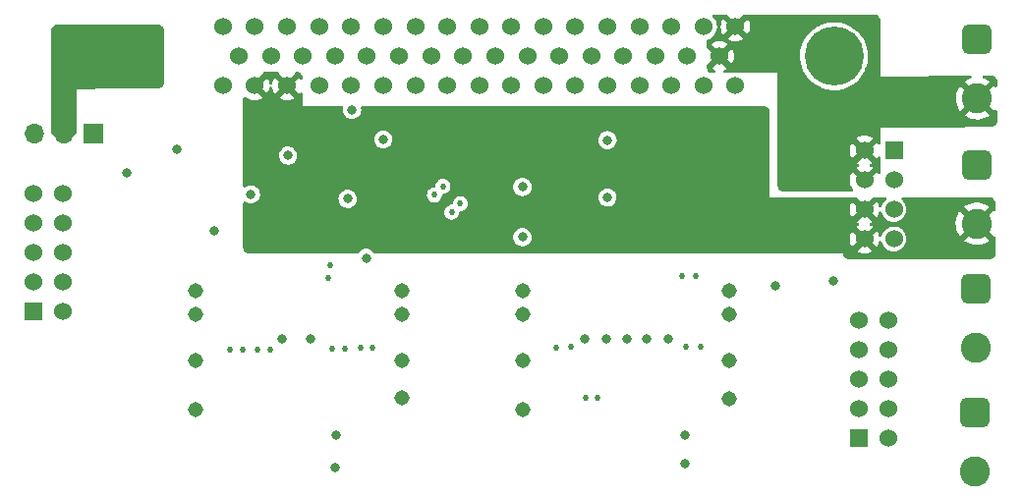
<source format=gbr>
%TF.GenerationSoftware,KiCad,Pcbnew,(6.0.4-0)*%
%TF.CreationDate,2023-07-13T10:21:46-07:00*%
%TF.ProjectId,CableAdapterBoard,4361626c-6541-4646-9170-746572426f61,rev?*%
%TF.SameCoordinates,Original*%
%TF.FileFunction,Copper,L3,Inr*%
%TF.FilePolarity,Positive*%
%FSLAX46Y46*%
G04 Gerber Fmt 4.6, Leading zero omitted, Abs format (unit mm)*
G04 Created by KiCad (PCBNEW (6.0.4-0)) date 2023-07-13 10:21:46*
%MOMM*%
%LPD*%
G01*
G04 APERTURE LIST*
G04 Aperture macros list*
%AMRoundRect*
0 Rectangle with rounded corners*
0 $1 Rounding radius*
0 $2 $3 $4 $5 $6 $7 $8 $9 X,Y pos of 4 corners*
0 Add a 4 corners polygon primitive as box body*
4,1,4,$2,$3,$4,$5,$6,$7,$8,$9,$2,$3,0*
0 Add four circle primitives for the rounded corners*
1,1,$1+$1,$2,$3*
1,1,$1+$1,$4,$5*
1,1,$1+$1,$6,$7*
1,1,$1+$1,$8,$9*
0 Add four rect primitives between the rounded corners*
20,1,$1+$1,$2,$3,$4,$5,0*
20,1,$1+$1,$4,$5,$6,$7,0*
20,1,$1+$1,$6,$7,$8,$9,0*
20,1,$1+$1,$8,$9,$2,$3,0*%
G04 Aperture macros list end*
%TA.AperFunction,ComponentPad*%
%ADD10R,1.700000X1.700000*%
%TD*%
%TA.AperFunction,ComponentPad*%
%ADD11O,1.700000X1.700000*%
%TD*%
%TA.AperFunction,ComponentPad*%
%ADD12C,1.308000*%
%TD*%
%TA.AperFunction,ComponentPad*%
%ADD13R,1.530000X1.530000*%
%TD*%
%TA.AperFunction,ComponentPad*%
%ADD14C,1.530000*%
%TD*%
%TA.AperFunction,ComponentPad*%
%ADD15RoundRect,0.650000X-0.650000X0.650000X-0.650000X-0.650000X0.650000X-0.650000X0.650000X0.650000X0*%
%TD*%
%TA.AperFunction,ComponentPad*%
%ADD16C,2.600000*%
%TD*%
%TA.AperFunction,ComponentPad*%
%ADD17C,1.524000*%
%TD*%
%TA.AperFunction,ComponentPad*%
%ADD18C,5.080000*%
%TD*%
%TA.AperFunction,ViaPad*%
%ADD19C,0.800000*%
%TD*%
%TA.AperFunction,ViaPad*%
%ADD20C,0.520700*%
%TD*%
G04 APERTURE END LIST*
D10*
%TO.N,DGND*%
%TO.C,JP1*%
X103610000Y-82200000D03*
D11*
%TO.N,/d-sub-shield*%
X101070000Y-82200000D03*
%TO.N,AGND*%
X98530000Y-82200000D03*
%TD*%
D12*
%TO.N,DGND*%
%TO.C,J21*%
X158425000Y-105040000D03*
X158425000Y-101800000D03*
X158425000Y-97800000D03*
X158425000Y-95770000D03*
X140625000Y-95770000D03*
X140625000Y-97800000D03*
X140625000Y-101800000D03*
X140625000Y-106040000D03*
%TD*%
D13*
%TO.N,AGND*%
%TO.C,J2*%
X169595000Y-108422500D03*
D14*
%TO.N,unconnected-(J2-Pad02)*%
X169595000Y-105882500D03*
%TO.N,unconnected-(J2-Pad03)*%
X169595000Y-103342500D03*
%TO.N,unconnected-(J2-Pad04)*%
X169595000Y-100802500D03*
%TO.N,AGND*%
X169595000Y-98262500D03*
%TO.N,unconnected-(J2-Pad06)*%
X172135000Y-108422500D03*
%TO.N,unconnected-(J2-Pad07)*%
X172135000Y-105882500D03*
%TO.N,unconnected-(J2-Pad08)*%
X172135000Y-103342500D03*
%TO.N,/VDD2_Sense*%
X172135000Y-100802500D03*
%TO.N,/VDD1_Sense*%
X172135000Y-98262500D03*
%TD*%
D15*
%TO.N,DGND*%
%TO.C,TP4*%
X179600000Y-106220000D03*
D16*
%TO.N,/VDD2_Sense*%
X179600000Y-111300000D03*
%TD*%
D13*
%TO.N,AGND*%
%TO.C,J3*%
X98495000Y-97497500D03*
D14*
X98495000Y-94957500D03*
X98495000Y-92417500D03*
X98495000Y-89877500D03*
X98495000Y-87337500D03*
%TO.N,/HS_Vdiff*%
X101035000Y-97497500D03*
%TO.N,unconnected-(J3-Pad07)*%
X101035000Y-94957500D03*
%TO.N,/ADC_MON_VIN_P*%
X101035000Y-92417500D03*
%TO.N,/ADC_MON_VCOM*%
X101035000Y-89877500D03*
%TO.N,/ADC_MON_VIN_N*%
X101035000Y-87337500D03*
%TD*%
D15*
%TO.N,AGND*%
%TO.C,TP2*%
X179720000Y-84890000D03*
D16*
%TO.N,/VDD1*%
X179720000Y-89970000D03*
%TD*%
D15*
%TO.N,DGND*%
%TO.C,TP3*%
X179770000Y-74100000D03*
D16*
%TO.N,/VDD2*%
X179770000Y-79180000D03*
%TD*%
D12*
%TO.N,DGND*%
%TO.C,J31*%
X130225000Y-104990000D03*
X130225000Y-101750000D03*
X130225000Y-97750000D03*
X130225000Y-95720000D03*
X112425000Y-95720000D03*
X112425000Y-97750000D03*
X112425000Y-101750000D03*
X112425000Y-105990000D03*
%TD*%
D13*
%TO.N,AGND*%
%TO.C,J1*%
X172595000Y-83665000D03*
D14*
X172595000Y-86205000D03*
X172595000Y-88745000D03*
X172595000Y-91285000D03*
%TO.N,/VDD2*%
X170055000Y-83665000D03*
X170055000Y-86205000D03*
%TO.N,/VDD1*%
X170055000Y-88745000D03*
X170055000Y-91285000D03*
%TD*%
D17*
%TO.N,DGND*%
%TO.C,DSUB1*%
X158938600Y-78086500D03*
%TO.N,/RD_CLK_P*%
X156195400Y-78086500D03*
%TO.N,DGND*%
X153426800Y-78086500D03*
%TO.N,/DATA_OUT_1_P*%
X150658200Y-78086500D03*
%TO.N,DGND*%
X147915000Y-78086500D03*
%TO.N,/DATA_OUT_0_P*%
X145146400Y-78086500D03*
%TO.N,DGND*%
X142377800Y-78086500D03*
%TO.N,/ASIC_SR0_P*%
X139634600Y-78086500D03*
%TO.N,DGND*%
X136866000Y-78086500D03*
%TO.N,/WORD_CLK_0_N*%
X134097400Y-78086500D03*
%TO.N,/WORD_CLK_0_P*%
X131354200Y-78086500D03*
%TO.N,DGND*%
X128585600Y-78086500D03*
%TO.N,AGND*%
X125817000Y-78086500D03*
%TO.N,/HS_Vdiff*%
X123073800Y-78086500D03*
%TO.N,/VDD1*%
X120305200Y-78086500D03*
X117536600Y-78086500D03*
%TO.N,AGND*%
X114793400Y-78086500D03*
%TO.N,/VDD2*%
X157567000Y-75546500D03*
%TO.N,/RD_CLK_N*%
X154798400Y-75546500D03*
%TO.N,DGND*%
X152055200Y-75546500D03*
%TO.N,/DATA_OUT_1_N*%
X149286600Y-75546500D03*
%TO.N,DGND*%
X146518000Y-75546500D03*
%TO.N,/DATA_OUT_0_N*%
X143749400Y-75546500D03*
%TO.N,/ASIC_GR*%
X141006200Y-75546500D03*
%TO.N,/ASIC_SR0_N*%
X138237600Y-75546500D03*
%TO.N,DGND*%
X135469000Y-75546500D03*
%TO.N,/SACI_CMD_P*%
X132725800Y-75546500D03*
%TO.N,DGND*%
X129957200Y-75546500D03*
%TO.N,/SACI_CLK_P*%
X127188600Y-75546500D03*
%TO.N,/ASIC_SACI_SEL*%
X124445400Y-75546500D03*
%TO.N,AGND*%
X121676800Y-75546500D03*
%TO.N,/ADC_MON_VIN_P*%
X118908200Y-75546500D03*
%TO.N,AGND*%
X116165000Y-75546500D03*
%TO.N,/VDD2*%
X158938600Y-73006500D03*
%TO.N,/ASIC_SampClkEn_P*%
X156195400Y-73006500D03*
%TO.N,/ASIC_SampClkEn_N*%
X153426800Y-73006500D03*
%TO.N,/VDD2_Sense*%
X150658200Y-73006500D03*
%TO.N,DGND*%
X147915000Y-73006500D03*
%TO.N,/SACI_RESP_P*%
X145146400Y-73006500D03*
%TO.N,/SACI_RESP_N*%
X142377800Y-73006500D03*
%TO.N,DGND*%
X139634600Y-73006500D03*
X136866000Y-73006500D03*
%TO.N,/ASIC_PULSE*%
X134097400Y-73006500D03*
%TO.N,/SACI_CMD_N*%
X131354200Y-73006500D03*
%TO.N,DGND*%
X128585600Y-73006500D03*
%TO.N,/SACI_CLK_N*%
X125817000Y-73006500D03*
%TO.N,AGND*%
X123073800Y-73006500D03*
%TO.N,/ADC_MON_VCOM*%
X120305200Y-73006500D03*
%TO.N,/ADC_MON_VIN_N*%
X117536600Y-73006500D03*
%TO.N,/VDD1_Sense*%
X114793400Y-73006500D03*
D18*
%TO.N,/d-sub-shield*%
X106309800Y-75546500D03*
X167422200Y-75546500D03*
%TD*%
D15*
%TO.N,AGND*%
%TO.C,TP1*%
X179670000Y-95630000D03*
D16*
%TO.N,/VDD1_Sense*%
X179670000Y-100710000D03*
%TD*%
D19*
%TO.N,DGND*%
X119840000Y-99900000D03*
X147920000Y-87730000D03*
X162420000Y-95360000D03*
X145980000Y-99900000D03*
X110800000Y-83560000D03*
X125520000Y-87840000D03*
X114000000Y-90600000D03*
X128610000Y-82720000D03*
X140580000Y-86820000D03*
X125910000Y-80150000D03*
X140580000Y-91140000D03*
X117200000Y-87460000D03*
X124520000Y-108170000D03*
X147920000Y-82770000D03*
X154610000Y-108190000D03*
X120390000Y-84110000D03*
X153170000Y-99890000D03*
X122320000Y-99900000D03*
X149560000Y-99890000D03*
X151260000Y-99890000D03*
X147840000Y-99890000D03*
D20*
%TO.N,/RD_CLK_P*%
X144760000Y-100620000D03*
%TO.N,/DATA_OUT_1_P*%
X155510001Y-94499989D03*
%TO.N,/DATA_OUT_0_P*%
X155970000Y-100620000D03*
%TO.N,/ASIC_SR0_P*%
X116480006Y-100819991D03*
%TO.N,/WORD_CLK_0_N*%
X145999987Y-104999993D03*
X133746240Y-86753776D03*
X135239430Y-88246966D03*
%TO.N,/WORD_CLK_0_P*%
X147049998Y-104999993D03*
X134496962Y-88989433D03*
X133003773Y-87496244D03*
D19*
%TO.N,AGND*%
X167390000Y-94890000D03*
X154600000Y-110660000D03*
X106540000Y-85610000D03*
X124450000Y-111020000D03*
D20*
%TO.N,/RD_CLK_N*%
X143460000Y-100630000D03*
%TO.N,/DATA_OUT_1_N*%
X154359991Y-94499989D03*
%TO.N,/DATA_OUT_0_N*%
X154700000Y-100620000D03*
%TO.N,/ASIC_SR0_N*%
X115380008Y-100819991D03*
%TO.N,/SACI_CMD_P*%
X125270006Y-100740007D03*
%TO.N,/SACI_CLK_P*%
X118869993Y-100800002D03*
D19*
%TO.N,/ASIC_SACI_SEL*%
X127125000Y-92925000D03*
D20*
%TO.N,/ASIC_SampClkEn_P*%
X124060001Y-93590008D03*
%TO.N,/ASIC_SampClkEn_N*%
X123820000Y-94620000D03*
%TO.N,/SACI_RESP_P*%
X127650011Y-100670004D03*
%TO.N,/SACI_RESP_N*%
X126629998Y-100670004D03*
%TO.N,/SACI_CMD_N*%
X124170000Y-100730000D03*
%TO.N,/SACI_CLK_N*%
X117780003Y-100800002D03*
%TD*%
%TA.AperFunction,Conductor*%
%TO.N,/d-sub-shield*%
G36*
X109230188Y-72811078D02*
G01*
X109337034Y-72825145D01*
X109368805Y-72833658D01*
X109460676Y-72871712D01*
X109489162Y-72888159D01*
X109568050Y-72948692D01*
X109591308Y-72971950D01*
X109651841Y-73050838D01*
X109668288Y-73079324D01*
X109706342Y-73171195D01*
X109714855Y-73202966D01*
X109728922Y-73309812D01*
X109730000Y-73326259D01*
X109730000Y-77778482D01*
X109728935Y-77794831D01*
X109715033Y-77901065D01*
X109706618Y-77932664D01*
X109668998Y-78024085D01*
X109652736Y-78052454D01*
X109592860Y-78131114D01*
X109569849Y-78154340D01*
X109491741Y-78214949D01*
X109463531Y-78231470D01*
X109372464Y-78269936D01*
X109340946Y-78278644D01*
X109316046Y-78282138D01*
X109234846Y-78293531D01*
X109218508Y-78294748D01*
X105400438Y-78330195D01*
X102190000Y-78360000D01*
X102190000Y-81963741D01*
X102188922Y-81980188D01*
X102174855Y-82087034D01*
X102166342Y-82118805D01*
X102128288Y-82210676D01*
X102111841Y-82239162D01*
X102051308Y-82318050D01*
X102028050Y-82341308D01*
X101949162Y-82401841D01*
X101920676Y-82418288D01*
X101828805Y-82456342D01*
X101797034Y-82464855D01*
X101690188Y-82478922D01*
X101673741Y-82480000D01*
X100486259Y-82480000D01*
X100469812Y-82478922D01*
X100362966Y-82464855D01*
X100331195Y-82456342D01*
X100239324Y-82418288D01*
X100210838Y-82401841D01*
X100131950Y-82341308D01*
X100108692Y-82318050D01*
X100048159Y-82239162D01*
X100031712Y-82210676D01*
X99993658Y-82118805D01*
X99985145Y-82087034D01*
X99971078Y-81980188D01*
X99970000Y-81963741D01*
X99970000Y-73326259D01*
X99971078Y-73309812D01*
X99985145Y-73202966D01*
X99993658Y-73171195D01*
X100031712Y-73079324D01*
X100048159Y-73050838D01*
X100108692Y-72971950D01*
X100131950Y-72948692D01*
X100210838Y-72888159D01*
X100239324Y-72871712D01*
X100331195Y-72833658D01*
X100362966Y-72825145D01*
X100469812Y-72811078D01*
X100486259Y-72810000D01*
X109213741Y-72810000D01*
X109230188Y-72811078D01*
G37*
%TD.AperFunction*%
%TD*%
%TA.AperFunction,Conductor*%
%TO.N,/VDD1*%
G36*
X169383885Y-87714675D02*
G01*
X170042188Y-88372978D01*
X170056132Y-88380592D01*
X170057965Y-88380461D01*
X170064580Y-88376210D01*
X170725318Y-87715472D01*
X170771965Y-87690000D01*
X171841190Y-87690000D01*
X171909311Y-87710002D01*
X171955804Y-87763658D01*
X171965908Y-87833932D01*
X171936414Y-87898512D01*
X171920150Y-87914190D01*
X171842527Y-87976600D01*
X171707608Y-88137390D01*
X171704644Y-88142782D01*
X171704641Y-88142786D01*
X171623151Y-88291016D01*
X171606489Y-88321324D01*
X171550352Y-88498293D01*
X171548611Y-88503780D01*
X171508948Y-88562664D01*
X171443746Y-88590757D01*
X171373706Y-88579140D01*
X171321066Y-88531500D01*
X171306802Y-88498293D01*
X171257221Y-88313255D01*
X171253475Y-88302963D01*
X171163988Y-88111056D01*
X171158505Y-88101561D01*
X171127360Y-88057081D01*
X171116883Y-88048706D01*
X171103436Y-88055774D01*
X170427022Y-88732188D01*
X170419408Y-88746132D01*
X170419539Y-88747965D01*
X170423790Y-88754580D01*
X171104157Y-89434947D01*
X171115932Y-89441377D01*
X171127947Y-89432081D01*
X171158505Y-89388439D01*
X171163988Y-89378944D01*
X171253475Y-89187037D01*
X171257220Y-89176748D01*
X171307781Y-88988053D01*
X171344733Y-88927431D01*
X171408594Y-88896409D01*
X171479088Y-88904838D01*
X171533835Y-88950041D01*
X171550607Y-88985935D01*
X171586050Y-89109539D01*
X171595045Y-89140910D01*
X171597860Y-89146387D01*
X171597861Y-89146390D01*
X171613463Y-89176748D01*
X171690988Y-89327596D01*
X171694811Y-89332420D01*
X171694814Y-89332424D01*
X171773802Y-89432081D01*
X171821365Y-89492090D01*
X171826059Y-89496085D01*
X171863120Y-89527626D01*
X171981210Y-89628129D01*
X172164433Y-89730529D01*
X172364057Y-89795391D01*
X172572477Y-89820243D01*
X172578612Y-89819771D01*
X172578614Y-89819771D01*
X172775614Y-89804613D01*
X172775619Y-89804612D01*
X172781755Y-89804140D01*
X172787685Y-89802484D01*
X172787687Y-89802484D01*
X172977992Y-89749350D01*
X172977991Y-89749350D01*
X172983920Y-89747695D01*
X173014134Y-89732433D01*
X173072264Y-89703069D01*
X173171270Y-89653057D01*
X173203177Y-89628129D01*
X173331815Y-89527626D01*
X173331816Y-89527626D01*
X173336671Y-89523832D01*
X173407916Y-89441294D01*
X173469793Y-89369609D01*
X173469794Y-89369607D01*
X173473822Y-89364941D01*
X173577499Y-89182437D01*
X173643753Y-88983271D01*
X173654920Y-88894878D01*
X173669618Y-88778532D01*
X173669619Y-88778523D01*
X173670060Y-88775029D01*
X173670479Y-88745000D01*
X173649997Y-88536105D01*
X173645946Y-88522689D01*
X178637102Y-88522689D01*
X178641675Y-88532465D01*
X179707188Y-89597978D01*
X179721132Y-89605592D01*
X179722965Y-89605461D01*
X179729580Y-89601210D01*
X180794349Y-88536441D01*
X180800733Y-88524751D01*
X180791321Y-88512641D01*
X180644045Y-88410471D01*
X180636010Y-88405738D01*
X180403376Y-88291016D01*
X180394743Y-88287528D01*
X180147703Y-88208450D01*
X180138643Y-88206274D01*
X179882630Y-88164580D01*
X179873343Y-88163768D01*
X179613992Y-88160373D01*
X179604681Y-88160943D01*
X179347682Y-88195919D01*
X179338546Y-88197860D01*
X179089543Y-88270439D01*
X179080800Y-88273707D01*
X178845252Y-88382296D01*
X178837097Y-88386816D01*
X178646240Y-88511947D01*
X178637102Y-88522689D01*
X173645946Y-88522689D01*
X173589330Y-88335167D01*
X173572207Y-88302963D01*
X173493685Y-88155285D01*
X173493683Y-88155283D01*
X173490789Y-88149839D01*
X173408239Y-88048623D01*
X173362023Y-87991956D01*
X173362020Y-87991953D01*
X173358128Y-87987181D01*
X173351045Y-87981321D01*
X173268561Y-87913085D01*
X173228822Y-87854251D01*
X173227200Y-87783273D01*
X173264209Y-87722686D01*
X173328100Y-87691725D01*
X173348876Y-87690000D01*
X180813741Y-87690000D01*
X180830188Y-87691078D01*
X180937034Y-87705145D01*
X180968805Y-87713658D01*
X181060676Y-87751712D01*
X181089162Y-87768159D01*
X181168050Y-87828692D01*
X181191308Y-87851950D01*
X181251841Y-87930838D01*
X181268288Y-87959324D01*
X181306342Y-88051195D01*
X181314855Y-88082966D01*
X181328922Y-88189812D01*
X181330000Y-88206259D01*
X181330000Y-88764179D01*
X181309998Y-88832300D01*
X181256342Y-88878793D01*
X181198153Y-88890043D01*
X181166188Y-88888558D01*
X181153537Y-88895673D01*
X180092022Y-89957188D01*
X180084408Y-89971132D01*
X180084539Y-89972965D01*
X180088790Y-89979580D01*
X181156094Y-91046884D01*
X181170038Y-91054498D01*
X181195010Y-91052712D01*
X181264385Y-91067803D01*
X181314587Y-91118005D01*
X181330000Y-91178391D01*
X181330000Y-92513741D01*
X181328922Y-92530188D01*
X181314855Y-92637034D01*
X181306342Y-92668805D01*
X181268288Y-92760676D01*
X181251841Y-92789162D01*
X181191308Y-92868050D01*
X181168050Y-92891308D01*
X181089162Y-92951841D01*
X181060676Y-92968288D01*
X180968805Y-93006342D01*
X180937034Y-93014855D01*
X180830188Y-93028922D01*
X180813741Y-93030000D01*
X168706259Y-93030000D01*
X168689812Y-93028922D01*
X168582966Y-93014855D01*
X168551195Y-93006342D01*
X168459324Y-92968288D01*
X168430838Y-92951841D01*
X168351950Y-92891308D01*
X168328692Y-92868050D01*
X168268159Y-92789162D01*
X168251712Y-92760676D01*
X168213658Y-92668805D01*
X168205145Y-92637034D01*
X168191078Y-92530188D01*
X168190000Y-92513741D01*
X168190000Y-92345932D01*
X169358623Y-92345932D01*
X169367916Y-92357945D01*
X169411569Y-92388512D01*
X169421047Y-92393984D01*
X169612962Y-92483475D01*
X169623255Y-92487221D01*
X169827786Y-92542025D01*
X169838581Y-92543928D01*
X170049525Y-92562384D01*
X170060475Y-92562384D01*
X170271419Y-92543928D01*
X170282214Y-92542025D01*
X170486745Y-92487221D01*
X170497038Y-92483475D01*
X170688953Y-92393984D01*
X170698431Y-92388512D01*
X170742920Y-92357359D01*
X170751294Y-92346883D01*
X170744226Y-92333436D01*
X170067812Y-91657022D01*
X170053868Y-91649408D01*
X170052035Y-91649539D01*
X170045420Y-91653790D01*
X169365053Y-92334157D01*
X169358623Y-92345932D01*
X168190000Y-92345932D01*
X168190000Y-91290475D01*
X168777616Y-91290475D01*
X168796072Y-91501419D01*
X168797975Y-91512214D01*
X168852779Y-91716745D01*
X168856525Y-91727037D01*
X168946012Y-91918944D01*
X168951495Y-91928439D01*
X168982640Y-91972919D01*
X168993117Y-91981294D01*
X169006564Y-91974226D01*
X169682978Y-91297812D01*
X169689356Y-91286132D01*
X170419408Y-91286132D01*
X170419539Y-91287965D01*
X170423790Y-91294580D01*
X171104157Y-91974947D01*
X171115932Y-91981377D01*
X171127947Y-91972081D01*
X171158505Y-91928439D01*
X171163988Y-91918944D01*
X171253475Y-91727037D01*
X171257220Y-91716748D01*
X171307781Y-91528053D01*
X171344733Y-91467431D01*
X171408594Y-91436409D01*
X171479088Y-91444838D01*
X171533835Y-91490041D01*
X171550607Y-91525935D01*
X171586050Y-91649539D01*
X171595045Y-91680910D01*
X171597860Y-91686387D01*
X171597861Y-91686390D01*
X171613463Y-91716748D01*
X171690988Y-91867596D01*
X171694811Y-91872420D01*
X171694814Y-91872424D01*
X171773802Y-91972081D01*
X171821365Y-92032090D01*
X171826059Y-92036085D01*
X171863120Y-92067626D01*
X171981210Y-92168129D01*
X172164433Y-92270529D01*
X172364057Y-92335391D01*
X172572477Y-92360243D01*
X172578612Y-92359771D01*
X172578614Y-92359771D01*
X172775614Y-92344613D01*
X172775619Y-92344612D01*
X172781755Y-92344140D01*
X172787685Y-92342484D01*
X172787687Y-92342484D01*
X172977992Y-92289350D01*
X172977991Y-92289350D01*
X172983920Y-92287695D01*
X173014134Y-92272433D01*
X173072264Y-92243069D01*
X173171270Y-92193057D01*
X173203177Y-92168129D01*
X173331815Y-92067626D01*
X173331816Y-92067626D01*
X173336671Y-92063832D01*
X173407916Y-91981294D01*
X173469793Y-91909609D01*
X173469794Y-91909607D01*
X173473822Y-91904941D01*
X173577499Y-91722437D01*
X173643753Y-91523271D01*
X173657443Y-91414906D01*
X178639839Y-91414906D01*
X178648553Y-91426427D01*
X178755452Y-91504809D01*
X178763351Y-91509745D01*
X178992905Y-91630519D01*
X179001454Y-91634236D01*
X179246327Y-91719749D01*
X179255336Y-91722163D01*
X179510166Y-91770544D01*
X179519423Y-91771598D01*
X179778607Y-91781783D01*
X179787921Y-91781457D01*
X180045753Y-91753220D01*
X180054930Y-91751519D01*
X180305758Y-91685481D01*
X180314574Y-91682445D01*
X180552880Y-91580062D01*
X180561167Y-91575748D01*
X180781718Y-91439266D01*
X180789268Y-91433780D01*
X180794559Y-91429301D01*
X180802997Y-91416497D01*
X180796935Y-91406145D01*
X179732812Y-90342022D01*
X179718868Y-90334408D01*
X179717035Y-90334539D01*
X179710420Y-90338790D01*
X178646497Y-91402713D01*
X178639839Y-91414906D01*
X173657443Y-91414906D01*
X173669618Y-91318532D01*
X173669619Y-91318523D01*
X173670060Y-91315029D01*
X173670479Y-91285000D01*
X173649997Y-91076105D01*
X173589330Y-90875167D01*
X173502343Y-90711568D01*
X173493685Y-90695285D01*
X173493683Y-90695283D01*
X173490789Y-90689839D01*
X173408239Y-90588623D01*
X173362023Y-90531956D01*
X173362020Y-90531953D01*
X173358128Y-90527181D01*
X173353379Y-90523252D01*
X173201150Y-90397317D01*
X173201146Y-90397315D01*
X173196400Y-90393388D01*
X173011765Y-90293556D01*
X172811255Y-90231487D01*
X172805137Y-90230844D01*
X172805132Y-90230843D01*
X172608636Y-90210191D01*
X172608635Y-90210191D01*
X172602508Y-90209547D01*
X172516126Y-90217409D01*
X172399614Y-90228012D01*
X172399611Y-90228013D01*
X172393475Y-90228571D01*
X172387569Y-90230309D01*
X172387565Y-90230310D01*
X172198030Y-90286093D01*
X172192118Y-90287833D01*
X172006107Y-90385078D01*
X171842527Y-90516600D01*
X171707608Y-90677390D01*
X171704644Y-90682782D01*
X171704641Y-90682786D01*
X171688818Y-90711568D01*
X171606489Y-90861324D01*
X171550352Y-91038293D01*
X171548611Y-91043780D01*
X171508948Y-91102664D01*
X171443746Y-91130757D01*
X171373706Y-91119140D01*
X171321066Y-91071500D01*
X171306802Y-91038293D01*
X171257221Y-90853255D01*
X171253475Y-90842963D01*
X171163988Y-90651056D01*
X171158505Y-90641561D01*
X171127360Y-90597081D01*
X171116883Y-90588706D01*
X171103436Y-90595774D01*
X170427022Y-91272188D01*
X170419408Y-91286132D01*
X169689356Y-91286132D01*
X169690592Y-91283868D01*
X169690461Y-91282035D01*
X169686210Y-91275420D01*
X169005843Y-90595053D01*
X168994068Y-90588623D01*
X168982053Y-90597919D01*
X168951495Y-90641561D01*
X168946012Y-90651056D01*
X168856525Y-90842963D01*
X168852779Y-90853255D01*
X168797975Y-91057786D01*
X168796072Y-91068581D01*
X168777616Y-91279525D01*
X168777616Y-91290475D01*
X168190000Y-91290475D01*
X168190000Y-89805932D01*
X169358623Y-89805932D01*
X169367916Y-89817945D01*
X169411569Y-89848512D01*
X169421051Y-89853986D01*
X169521456Y-89900805D01*
X169574742Y-89947722D01*
X169594203Y-90015999D01*
X169573662Y-90083959D01*
X169521457Y-90129195D01*
X169421056Y-90176012D01*
X169411561Y-90181495D01*
X169367081Y-90212640D01*
X169358706Y-90223117D01*
X169365774Y-90236564D01*
X170042188Y-90912978D01*
X170056132Y-90920592D01*
X170057965Y-90920461D01*
X170064580Y-90916210D01*
X170744947Y-90235843D01*
X170751377Y-90224068D01*
X170742084Y-90212055D01*
X170698431Y-90181488D01*
X170688953Y-90176016D01*
X170588544Y-90129195D01*
X170535259Y-90082278D01*
X170515798Y-90014001D01*
X170536340Y-89946041D01*
X170558071Y-89927211D01*
X177907775Y-89927211D01*
X177920220Y-90186288D01*
X177921356Y-90195543D01*
X177971961Y-90449945D01*
X177974449Y-90458917D01*
X178062095Y-90703033D01*
X178065895Y-90711568D01*
X178188658Y-90940042D01*
X178193666Y-90947904D01*
X178263720Y-91041716D01*
X178274979Y-91050165D01*
X178287397Y-91043393D01*
X179347978Y-89982812D01*
X179355592Y-89968868D01*
X179355461Y-89967035D01*
X179351210Y-89960420D01*
X178285816Y-88895026D01*
X178272507Y-88887758D01*
X178262472Y-88894878D01*
X178246937Y-88913556D01*
X178241531Y-88921135D01*
X178106965Y-89142891D01*
X178102736Y-89151192D01*
X178002432Y-89390389D01*
X177999471Y-89399239D01*
X177935628Y-89650625D01*
X177934006Y-89659822D01*
X177908020Y-89917885D01*
X177907775Y-89927211D01*
X170558071Y-89927211D01*
X170588544Y-89900805D01*
X170688953Y-89853984D01*
X170698431Y-89848512D01*
X170742920Y-89817359D01*
X170751294Y-89806883D01*
X170744226Y-89793436D01*
X170067812Y-89117022D01*
X170053868Y-89109408D01*
X170052035Y-89109539D01*
X170045420Y-89113790D01*
X169365053Y-89794157D01*
X169358623Y-89805932D01*
X168190000Y-89805932D01*
X168190000Y-88750475D01*
X168777616Y-88750475D01*
X168796072Y-88961419D01*
X168797975Y-88972214D01*
X168852779Y-89176745D01*
X168856525Y-89187037D01*
X168946012Y-89378944D01*
X168951495Y-89388439D01*
X168982640Y-89432919D01*
X168993117Y-89441294D01*
X169006564Y-89434226D01*
X169682978Y-88757812D01*
X169690592Y-88743868D01*
X169690461Y-88742035D01*
X169686210Y-88735420D01*
X169005843Y-88055053D01*
X168994068Y-88048623D01*
X168982053Y-88057919D01*
X168951495Y-88101561D01*
X168946012Y-88111056D01*
X168856525Y-88302963D01*
X168852779Y-88313255D01*
X168797975Y-88517786D01*
X168796072Y-88528581D01*
X168777616Y-88739525D01*
X168777616Y-88750475D01*
X168190000Y-88750475D01*
X168190000Y-88206259D01*
X168191078Y-88189812D01*
X168205145Y-88082966D01*
X168213658Y-88051195D01*
X168251712Y-87959324D01*
X168268159Y-87930838D01*
X168328692Y-87851950D01*
X168351950Y-87828692D01*
X168430838Y-87768159D01*
X168459324Y-87751712D01*
X168551195Y-87713658D01*
X168582966Y-87705145D01*
X168689812Y-87691078D01*
X168706259Y-87690000D01*
X169342299Y-87690000D01*
X169383885Y-87714675D01*
G37*
%TD.AperFunction*%
%TD*%
%TA.AperFunction,Conductor*%
%TO.N,/VDD1*%
G36*
X119555385Y-76880002D02*
G01*
X119601878Y-76933658D01*
X119612594Y-76998973D01*
X119609938Y-77024636D01*
X119618128Y-77040218D01*
X120292388Y-77714478D01*
X120306332Y-77722092D01*
X120308165Y-77721961D01*
X120314780Y-77717710D01*
X120992993Y-77039497D01*
X121000607Y-77025553D01*
X120998421Y-76994990D01*
X121013512Y-76925616D01*
X121063714Y-76875413D01*
X121124100Y-76860000D01*
X121143741Y-76860000D01*
X121160188Y-76861078D01*
X121267034Y-76875145D01*
X121298805Y-76883658D01*
X121390676Y-76921712D01*
X121419162Y-76938159D01*
X121498050Y-76998692D01*
X121521308Y-77021950D01*
X121581841Y-77100838D01*
X121598288Y-77129324D01*
X121636342Y-77221195D01*
X121644855Y-77252966D01*
X121658922Y-77359812D01*
X121660000Y-77376259D01*
X121660000Y-77418454D01*
X121639998Y-77486575D01*
X121586342Y-77533068D01*
X121516068Y-77543172D01*
X121451488Y-77513678D01*
X121419805Y-77471704D01*
X121411577Y-77454059D01*
X121406097Y-77444568D01*
X121375406Y-77400735D01*
X121364929Y-77392360D01*
X121351482Y-77399428D01*
X120677222Y-78073688D01*
X120669608Y-78087632D01*
X120669739Y-78089465D01*
X120673990Y-78096080D01*
X121352203Y-78774293D01*
X121363977Y-78780723D01*
X121375993Y-78771426D01*
X121406097Y-78728432D01*
X121411577Y-78718941D01*
X121419805Y-78701296D01*
X121466722Y-78648011D01*
X121534999Y-78628550D01*
X121602959Y-78649092D01*
X121649025Y-78703114D01*
X121660000Y-78754546D01*
X121660000Y-79860000D01*
X125015962Y-79860000D01*
X125084083Y-79880002D01*
X125130576Y-79933658D01*
X125140968Y-80001790D01*
X125123632Y-80139020D01*
X125140741Y-80313511D01*
X125196083Y-80479876D01*
X125286908Y-80629846D01*
X125291797Y-80634909D01*
X125291798Y-80634910D01*
X125367749Y-80713559D01*
X125408701Y-80755966D01*
X125414593Y-80759821D01*
X125414597Y-80759825D01*
X125499457Y-80815355D01*
X125555410Y-80851970D01*
X125562014Y-80854426D01*
X125713140Y-80910629D01*
X125713142Y-80910629D01*
X125719742Y-80913084D01*
X125726725Y-80914016D01*
X125726726Y-80914016D01*
X125886549Y-80935342D01*
X125886553Y-80935342D01*
X125893530Y-80936273D01*
X125900541Y-80935635D01*
X125900545Y-80935635D01*
X126038105Y-80923115D01*
X126068137Y-80920382D01*
X126074839Y-80918204D01*
X126074841Y-80918204D01*
X126228185Y-80868380D01*
X126228188Y-80868379D01*
X126234884Y-80866203D01*
X126385484Y-80776427D01*
X126390578Y-80771576D01*
X126390582Y-80771573D01*
X126459833Y-80705625D01*
X126512452Y-80655517D01*
X126609477Y-80509482D01*
X126671737Y-80345581D01*
X126684753Y-80252966D01*
X126695587Y-80175883D01*
X126695588Y-80175875D01*
X126696138Y-80171959D01*
X126696445Y-80150000D01*
X126679625Y-80000045D01*
X126691909Y-79930119D01*
X126740048Y-79877935D01*
X126804840Y-79860000D01*
X161393741Y-79860000D01*
X161410188Y-79861078D01*
X161517034Y-79875145D01*
X161548805Y-79883658D01*
X161640676Y-79921712D01*
X161669162Y-79938159D01*
X161748050Y-79998692D01*
X161771308Y-80021950D01*
X161831841Y-80100838D01*
X161848288Y-80129324D01*
X161886342Y-80221195D01*
X161894855Y-80252966D01*
X161908922Y-80359812D01*
X161910000Y-80376259D01*
X161910000Y-87700000D01*
X169359152Y-87700000D01*
X169383885Y-87714675D01*
X170042188Y-88372978D01*
X170056132Y-88380592D01*
X170057965Y-88380461D01*
X170064580Y-88376210D01*
X170725318Y-87715472D01*
X170753652Y-87700000D01*
X171350000Y-87700000D01*
X171350000Y-92560000D01*
X170087723Y-92560000D01*
X170271419Y-92543928D01*
X170282214Y-92542025D01*
X170486745Y-92487221D01*
X170497038Y-92483475D01*
X170688953Y-92393984D01*
X170698431Y-92388512D01*
X170742920Y-92357359D01*
X170751294Y-92346883D01*
X170744226Y-92333436D01*
X170067812Y-91657022D01*
X170053868Y-91649408D01*
X170052035Y-91649539D01*
X170045420Y-91653790D01*
X169365053Y-92334157D01*
X169358623Y-92345932D01*
X169367916Y-92357945D01*
X169411569Y-92388512D01*
X169421047Y-92393984D01*
X169612962Y-92483475D01*
X169623255Y-92487221D01*
X169827786Y-92542025D01*
X169838581Y-92543928D01*
X170022277Y-92560000D01*
X127888346Y-92560000D01*
X127820225Y-92539998D01*
X127781492Y-92500770D01*
X127745064Y-92442473D01*
X127745063Y-92442471D01*
X127741332Y-92436501D01*
X127732835Y-92427944D01*
X127678853Y-92373585D01*
X127617789Y-92312094D01*
X127611846Y-92308322D01*
X127611843Y-92308320D01*
X127530270Y-92256552D01*
X127469755Y-92218148D01*
X127442570Y-92208468D01*
X127311220Y-92161696D01*
X127311215Y-92161695D01*
X127304585Y-92159334D01*
X127297597Y-92158501D01*
X127297594Y-92158500D01*
X127177307Y-92144157D01*
X127130490Y-92138574D01*
X127123487Y-92139310D01*
X127123486Y-92139310D01*
X126963122Y-92156165D01*
X126963120Y-92156166D01*
X126956122Y-92156901D01*
X126790148Y-92213403D01*
X126776296Y-92221925D01*
X126646823Y-92301577D01*
X126646820Y-92301579D01*
X126640816Y-92305273D01*
X126635781Y-92310204D01*
X126635778Y-92310206D01*
X126522325Y-92421308D01*
X126515549Y-92427944D01*
X126511737Y-92433859D01*
X126511733Y-92433864D01*
X126467658Y-92502255D01*
X126413944Y-92548680D01*
X126361747Y-92560000D01*
X117046259Y-92560000D01*
X117029812Y-92558922D01*
X116922966Y-92544855D01*
X116891195Y-92536342D01*
X116799324Y-92498288D01*
X116770838Y-92481841D01*
X116691950Y-92421308D01*
X116668692Y-92398050D01*
X116608159Y-92319162D01*
X116591712Y-92290676D01*
X116553658Y-92198805D01*
X116545145Y-92167034D01*
X116531078Y-92060188D01*
X116530000Y-92043741D01*
X116530000Y-91129020D01*
X139793632Y-91129020D01*
X139810741Y-91303511D01*
X139866083Y-91469876D01*
X139956908Y-91619846D01*
X139961797Y-91624909D01*
X139961798Y-91624910D01*
X140037749Y-91703559D01*
X140078701Y-91745966D01*
X140084593Y-91749821D01*
X140084597Y-91749825D01*
X140169457Y-91805355D01*
X140225410Y-91841970D01*
X140232014Y-91844426D01*
X140383140Y-91900629D01*
X140383142Y-91900629D01*
X140389742Y-91903084D01*
X140396725Y-91904016D01*
X140396726Y-91904016D01*
X140556549Y-91925342D01*
X140556553Y-91925342D01*
X140563530Y-91926273D01*
X140570541Y-91925635D01*
X140570545Y-91925635D01*
X140708105Y-91913115D01*
X140738137Y-91910382D01*
X140744839Y-91908204D01*
X140744841Y-91908204D01*
X140898185Y-91858380D01*
X140898188Y-91858379D01*
X140904884Y-91856203D01*
X141055484Y-91766427D01*
X141060578Y-91761576D01*
X141060582Y-91761573D01*
X141129833Y-91695625D01*
X141182452Y-91645517D01*
X141279477Y-91499482D01*
X141341737Y-91335581D01*
X141348076Y-91290475D01*
X168777616Y-91290475D01*
X168796072Y-91501419D01*
X168797975Y-91512214D01*
X168852779Y-91716745D01*
X168856525Y-91727037D01*
X168946012Y-91918944D01*
X168951495Y-91928439D01*
X168982640Y-91972919D01*
X168993117Y-91981294D01*
X169006564Y-91974226D01*
X169682978Y-91297812D01*
X169689356Y-91286132D01*
X170419408Y-91286132D01*
X170419539Y-91287965D01*
X170423790Y-91294580D01*
X171104157Y-91974947D01*
X171115932Y-91981377D01*
X171127947Y-91972081D01*
X171158505Y-91928439D01*
X171163988Y-91918944D01*
X171253475Y-91727037D01*
X171257221Y-91716745D01*
X171312025Y-91512214D01*
X171313928Y-91501419D01*
X171332384Y-91290475D01*
X171332384Y-91279525D01*
X171313928Y-91068581D01*
X171312025Y-91057786D01*
X171257221Y-90853255D01*
X171253475Y-90842963D01*
X171163988Y-90651056D01*
X171158505Y-90641561D01*
X171127360Y-90597081D01*
X171116883Y-90588706D01*
X171103436Y-90595774D01*
X170427022Y-91272188D01*
X170419408Y-91286132D01*
X169689356Y-91286132D01*
X169690592Y-91283868D01*
X169690461Y-91282035D01*
X169686210Y-91275420D01*
X169005843Y-90595053D01*
X168994068Y-90588623D01*
X168982053Y-90597919D01*
X168951495Y-90641561D01*
X168946012Y-90651056D01*
X168856525Y-90842963D01*
X168852779Y-90853255D01*
X168797975Y-91057786D01*
X168796072Y-91068581D01*
X168777616Y-91279525D01*
X168777616Y-91290475D01*
X141348076Y-91290475D01*
X141366138Y-91161959D01*
X141366445Y-91140000D01*
X141346901Y-90965764D01*
X141343179Y-90955074D01*
X141291557Y-90806835D01*
X141291556Y-90806833D01*
X141289242Y-90800188D01*
X141196332Y-90651501D01*
X141187835Y-90642944D01*
X141077754Y-90532094D01*
X141072789Y-90527094D01*
X141066846Y-90523322D01*
X141066843Y-90523320D01*
X140985270Y-90471552D01*
X140924755Y-90433148D01*
X140897570Y-90423468D01*
X140766220Y-90376696D01*
X140766215Y-90376695D01*
X140759585Y-90374334D01*
X140752597Y-90373501D01*
X140752594Y-90373500D01*
X140632307Y-90359157D01*
X140585490Y-90353574D01*
X140578487Y-90354310D01*
X140578486Y-90354310D01*
X140418122Y-90371165D01*
X140418120Y-90371166D01*
X140411122Y-90371901D01*
X140245148Y-90428403D01*
X140231296Y-90436925D01*
X140101823Y-90516577D01*
X140101820Y-90516579D01*
X140095816Y-90520273D01*
X140090781Y-90525204D01*
X140090778Y-90525206D01*
X139975581Y-90638016D01*
X139970549Y-90642944D01*
X139875572Y-90790319D01*
X139873163Y-90796939D01*
X139873161Y-90796942D01*
X139856411Y-90842963D01*
X139815606Y-90955074D01*
X139814723Y-90962062D01*
X139814723Y-90962063D01*
X139813372Y-90972761D01*
X139793632Y-91129020D01*
X116530000Y-91129020D01*
X116530000Y-89805932D01*
X169358623Y-89805932D01*
X169367916Y-89817945D01*
X169411569Y-89848512D01*
X169421051Y-89853986D01*
X169521456Y-89900805D01*
X169574742Y-89947722D01*
X169594203Y-90015999D01*
X169573662Y-90083959D01*
X169521457Y-90129195D01*
X169421056Y-90176012D01*
X169411561Y-90181495D01*
X169367081Y-90212640D01*
X169358706Y-90223117D01*
X169365774Y-90236564D01*
X170042188Y-90912978D01*
X170056132Y-90920592D01*
X170057965Y-90920461D01*
X170064580Y-90916210D01*
X170744947Y-90235843D01*
X170751377Y-90224068D01*
X170742084Y-90212055D01*
X170698431Y-90181488D01*
X170688953Y-90176016D01*
X170588544Y-90129195D01*
X170535259Y-90082278D01*
X170515798Y-90014001D01*
X170536340Y-89946041D01*
X170588544Y-89900805D01*
X170688953Y-89853984D01*
X170698431Y-89848512D01*
X170742920Y-89817359D01*
X170751294Y-89806883D01*
X170744226Y-89793436D01*
X170067812Y-89117022D01*
X170053868Y-89109408D01*
X170052035Y-89109539D01*
X170045420Y-89113790D01*
X169365053Y-89794157D01*
X169358623Y-89805932D01*
X116530000Y-89805932D01*
X116530000Y-88982662D01*
X133850433Y-88982662D01*
X133852955Y-89005506D01*
X133864441Y-89109539D01*
X133867481Y-89137076D01*
X133920869Y-89282967D01*
X133925106Y-89289273D01*
X133925108Y-89289276D01*
X133937075Y-89307084D01*
X134007516Y-89411911D01*
X134013134Y-89417023D01*
X134029604Y-89432009D01*
X134122420Y-89516465D01*
X134258946Y-89590593D01*
X134409213Y-89630015D01*
X134488350Y-89631258D01*
X134556947Y-89632336D01*
X134556950Y-89632336D01*
X134564546Y-89632455D01*
X134571951Y-89630759D01*
X134571952Y-89630759D01*
X134626942Y-89618165D01*
X134715978Y-89597773D01*
X134854765Y-89527970D01*
X134956153Y-89441377D01*
X134967122Y-89432009D01*
X134967124Y-89432006D01*
X134972896Y-89427077D01*
X134980121Y-89417023D01*
X135059119Y-89307084D01*
X135063550Y-89300918D01*
X135121495Y-89156776D01*
X135143384Y-89002974D01*
X135143951Y-89003055D01*
X135168002Y-88939440D01*
X135225027Y-88897148D01*
X135270510Y-88889415D01*
X135299415Y-88889869D01*
X135299418Y-88889869D01*
X135307014Y-88889988D01*
X135314419Y-88888292D01*
X135314420Y-88888292D01*
X135369410Y-88875698D01*
X135458446Y-88855306D01*
X135597233Y-88785503D01*
X135638246Y-88750475D01*
X168777616Y-88750475D01*
X168796072Y-88961419D01*
X168797975Y-88972214D01*
X168852779Y-89176745D01*
X168856525Y-89187037D01*
X168946012Y-89378944D01*
X168951495Y-89388439D01*
X168982640Y-89432919D01*
X168993117Y-89441294D01*
X169006564Y-89434226D01*
X169682978Y-88757812D01*
X169689356Y-88746132D01*
X170419408Y-88746132D01*
X170419539Y-88747965D01*
X170423790Y-88754580D01*
X171104157Y-89434947D01*
X171115932Y-89441377D01*
X171127947Y-89432081D01*
X171158505Y-89388439D01*
X171163988Y-89378944D01*
X171253475Y-89187037D01*
X171257221Y-89176745D01*
X171312025Y-88972214D01*
X171313928Y-88961419D01*
X171332384Y-88750475D01*
X171332384Y-88739525D01*
X171313928Y-88528581D01*
X171312025Y-88517786D01*
X171257221Y-88313255D01*
X171253475Y-88302963D01*
X171163988Y-88111056D01*
X171158505Y-88101561D01*
X171127360Y-88057081D01*
X171116883Y-88048706D01*
X171103436Y-88055774D01*
X170427022Y-88732188D01*
X170419408Y-88746132D01*
X169689356Y-88746132D01*
X169690592Y-88743868D01*
X169690461Y-88742035D01*
X169686210Y-88735420D01*
X169005843Y-88055053D01*
X168994068Y-88048623D01*
X168982053Y-88057919D01*
X168951495Y-88101561D01*
X168946012Y-88111056D01*
X168856525Y-88302963D01*
X168852779Y-88313255D01*
X168797975Y-88517786D01*
X168796072Y-88528581D01*
X168777616Y-88739525D01*
X168777616Y-88750475D01*
X135638246Y-88750475D01*
X135659657Y-88732188D01*
X135709590Y-88689542D01*
X135709592Y-88689539D01*
X135715364Y-88684610D01*
X135806018Y-88558451D01*
X135863963Y-88414309D01*
X135885852Y-88260507D01*
X135885994Y-88246966D01*
X135884889Y-88237838D01*
X135868243Y-88100280D01*
X135868242Y-88100277D01*
X135867330Y-88092739D01*
X135863610Y-88082892D01*
X135815101Y-87954518D01*
X135812417Y-87947415D01*
X135735866Y-87836033D01*
X135728727Y-87825645D01*
X135728726Y-87825643D01*
X135724425Y-87819386D01*
X135718754Y-87814333D01*
X135614104Y-87721092D01*
X135614100Y-87721089D01*
X135611778Y-87719020D01*
X147133632Y-87719020D01*
X147150741Y-87893511D01*
X147206083Y-88059876D01*
X147209730Y-88065898D01*
X147209731Y-88065900D01*
X147284043Y-88188603D01*
X147296908Y-88209846D01*
X147301797Y-88214909D01*
X147301798Y-88214910D01*
X147341847Y-88256382D01*
X147418701Y-88335966D01*
X147424593Y-88339821D01*
X147424597Y-88339825D01*
X147509457Y-88395355D01*
X147565410Y-88431970D01*
X147572014Y-88434426D01*
X147723140Y-88490629D01*
X147723142Y-88490629D01*
X147729742Y-88493084D01*
X147736725Y-88494016D01*
X147736726Y-88494016D01*
X147896549Y-88515342D01*
X147896553Y-88515342D01*
X147903530Y-88516273D01*
X147910541Y-88515635D01*
X147910545Y-88515635D01*
X148048105Y-88503115D01*
X148078137Y-88500382D01*
X148084839Y-88498204D01*
X148084841Y-88498204D01*
X148238185Y-88448380D01*
X148238188Y-88448379D01*
X148244884Y-88446203D01*
X148395484Y-88356427D01*
X148400578Y-88351576D01*
X148400582Y-88351573D01*
X148496210Y-88260507D01*
X148522452Y-88235517D01*
X148598881Y-88120482D01*
X148615576Y-88095354D01*
X148615577Y-88095352D01*
X148619477Y-88089482D01*
X148681737Y-87925581D01*
X148696291Y-87822026D01*
X148705587Y-87755883D01*
X148705588Y-87755875D01*
X148706138Y-87751959D01*
X148706445Y-87730000D01*
X148694101Y-87619951D01*
X148687686Y-87562761D01*
X148687686Y-87562760D01*
X148686901Y-87555764D01*
X148683179Y-87545074D01*
X148631557Y-87396835D01*
X148631556Y-87396833D01*
X148629242Y-87390188D01*
X148609569Y-87358704D01*
X148540064Y-87247473D01*
X148540063Y-87247471D01*
X148536332Y-87241501D01*
X148527835Y-87232944D01*
X148432482Y-87136925D01*
X148412789Y-87117094D01*
X148406846Y-87113322D01*
X148406843Y-87113320D01*
X148312698Y-87053574D01*
X148264755Y-87023148D01*
X148223916Y-87008606D01*
X148106220Y-86966696D01*
X148106215Y-86966695D01*
X148099585Y-86964334D01*
X148092597Y-86963501D01*
X148092594Y-86963500D01*
X147972307Y-86949157D01*
X147925490Y-86943574D01*
X147918487Y-86944310D01*
X147918486Y-86944310D01*
X147758122Y-86961165D01*
X147758120Y-86961166D01*
X147751122Y-86961901D01*
X147585148Y-87018403D01*
X147571296Y-87026925D01*
X147441823Y-87106577D01*
X147441820Y-87106579D01*
X147435816Y-87110273D01*
X147430781Y-87115204D01*
X147430778Y-87115206D01*
X147316523Y-87227094D01*
X147310549Y-87232944D01*
X147215572Y-87380319D01*
X147213163Y-87386939D01*
X147213161Y-87386942D01*
X147173095Y-87497023D01*
X147155606Y-87545074D01*
X147154723Y-87552062D01*
X147154723Y-87552063D01*
X147153372Y-87562761D01*
X147133632Y-87719020D01*
X135611778Y-87719020D01*
X135608433Y-87716040D01*
X135481071Y-87648606D01*
X135477847Y-87646899D01*
X135477846Y-87646899D01*
X135471138Y-87643347D01*
X135320466Y-87605500D01*
X135312868Y-87605460D01*
X135312866Y-87605460D01*
X135246614Y-87605114D01*
X135165116Y-87604687D01*
X135157737Y-87606459D01*
X135157733Y-87606459D01*
X135021435Y-87639181D01*
X135021431Y-87639182D01*
X135014056Y-87640953D01*
X134876007Y-87712205D01*
X134870285Y-87717197D01*
X134870283Y-87717198D01*
X134787083Y-87789778D01*
X134758939Y-87814330D01*
X134669611Y-87941432D01*
X134666852Y-87948507D01*
X134666851Y-87948510D01*
X134632904Y-88035581D01*
X134613179Y-88086172D01*
X134612188Y-88093699D01*
X134593211Y-88237838D01*
X134564488Y-88302765D01*
X134505223Y-88341856D01*
X134467631Y-88347389D01*
X134444469Y-88347268D01*
X134422648Y-88347154D01*
X134415269Y-88348926D01*
X134415265Y-88348926D01*
X134278967Y-88381648D01*
X134278963Y-88381649D01*
X134271588Y-88383420D01*
X134264843Y-88386901D01*
X134264844Y-88386901D01*
X134145730Y-88448380D01*
X134133539Y-88454672D01*
X134127817Y-88459664D01*
X134127815Y-88459665D01*
X134037892Y-88538110D01*
X134016471Y-88556797D01*
X133927143Y-88683899D01*
X133924384Y-88690974D01*
X133924383Y-88690977D01*
X133898325Y-88757812D01*
X133870711Y-88828639D01*
X133869720Y-88836166D01*
X133851809Y-88972214D01*
X133850433Y-88982662D01*
X116530000Y-88982662D01*
X116530000Y-88188603D01*
X116550002Y-88120482D01*
X116603658Y-88073989D01*
X116673932Y-88063885D01*
X116724993Y-88083171D01*
X116845410Y-88161970D01*
X116852014Y-88164426D01*
X117003140Y-88220629D01*
X117003142Y-88220629D01*
X117009742Y-88223084D01*
X117016725Y-88224016D01*
X117016726Y-88224016D01*
X117176549Y-88245342D01*
X117176553Y-88245342D01*
X117183530Y-88246273D01*
X117190541Y-88245635D01*
X117190545Y-88245635D01*
X117328105Y-88233115D01*
X117358137Y-88230382D01*
X117364839Y-88228204D01*
X117364841Y-88228204D01*
X117518185Y-88178380D01*
X117518188Y-88178379D01*
X117524884Y-88176203D01*
X117675484Y-88086427D01*
X117680578Y-88081576D01*
X117680582Y-88081573D01*
X117762554Y-88003511D01*
X117802452Y-87965517D01*
X117868648Y-87865883D01*
X117893140Y-87829020D01*
X124733632Y-87829020D01*
X124750741Y-88003511D01*
X124806083Y-88169876D01*
X124809730Y-88175898D01*
X124809731Y-88175900D01*
X124863444Y-88264590D01*
X124896908Y-88319846D01*
X124901797Y-88324909D01*
X124901798Y-88324910D01*
X124932234Y-88356427D01*
X125018701Y-88445966D01*
X125024593Y-88449821D01*
X125024597Y-88449825D01*
X125109457Y-88505355D01*
X125165410Y-88541970D01*
X125172014Y-88544426D01*
X125323140Y-88600629D01*
X125323142Y-88600629D01*
X125329742Y-88603084D01*
X125336725Y-88604016D01*
X125336726Y-88604016D01*
X125496549Y-88625342D01*
X125496553Y-88625342D01*
X125503530Y-88626273D01*
X125510541Y-88625635D01*
X125510545Y-88625635D01*
X125648105Y-88613115D01*
X125678137Y-88610382D01*
X125684839Y-88608204D01*
X125684841Y-88608204D01*
X125838185Y-88558380D01*
X125838188Y-88558379D01*
X125844884Y-88556203D01*
X125995484Y-88466427D01*
X126000578Y-88461576D01*
X126000582Y-88461573D01*
X126069833Y-88395625D01*
X126122452Y-88345517D01*
X126192307Y-88240376D01*
X126215576Y-88205354D01*
X126215577Y-88205352D01*
X126219477Y-88199482D01*
X126281737Y-88035581D01*
X126294969Y-87941432D01*
X126305587Y-87865883D01*
X126305588Y-87865875D01*
X126306138Y-87861959D01*
X126306445Y-87840000D01*
X126286901Y-87665764D01*
X126283179Y-87655074D01*
X126231557Y-87506835D01*
X126231556Y-87506833D01*
X126229242Y-87500188D01*
X126222547Y-87489473D01*
X132357244Y-87489473D01*
X132360406Y-87518110D01*
X132369969Y-87604727D01*
X132374292Y-87643887D01*
X132376901Y-87651018D01*
X132376902Y-87651020D01*
X132380943Y-87662063D01*
X132427680Y-87789778D01*
X132431917Y-87796084D01*
X132431919Y-87796087D01*
X132461428Y-87840000D01*
X132514327Y-87918722D01*
X132519945Y-87923834D01*
X132599807Y-87996502D01*
X132629231Y-88023276D01*
X132765757Y-88097404D01*
X132916024Y-88136826D01*
X132995161Y-88138069D01*
X133063758Y-88139147D01*
X133063761Y-88139147D01*
X133071357Y-88139266D01*
X133078762Y-88137570D01*
X133078763Y-88137570D01*
X133133753Y-88124976D01*
X133222789Y-88104584D01*
X133361576Y-88034781D01*
X133442674Y-87965517D01*
X133473933Y-87938820D01*
X133473935Y-87938817D01*
X133479707Y-87933888D01*
X133486932Y-87923834D01*
X133550002Y-87836062D01*
X133570361Y-87807729D01*
X133628306Y-87663587D01*
X133634010Y-87623511D01*
X133649613Y-87513878D01*
X133649614Y-87513870D01*
X133650195Y-87509785D01*
X133650762Y-87509866D01*
X133674812Y-87446252D01*
X133731837Y-87403958D01*
X133777321Y-87396225D01*
X133806225Y-87396679D01*
X133806228Y-87396679D01*
X133813824Y-87396798D01*
X133821229Y-87395102D01*
X133821230Y-87395102D01*
X133885776Y-87380319D01*
X133965256Y-87362116D01*
X134104043Y-87292313D01*
X134156544Y-87247473D01*
X134216400Y-87196352D01*
X134216402Y-87196349D01*
X134222174Y-87191420D01*
X134312828Y-87065261D01*
X134370773Y-86921119D01*
X134386727Y-86809020D01*
X139793632Y-86809020D01*
X139810741Y-86983511D01*
X139866083Y-87149876D01*
X139869730Y-87155898D01*
X139869731Y-87155900D01*
X139948380Y-87285764D01*
X139956908Y-87299846D01*
X139961797Y-87304909D01*
X139961798Y-87304910D01*
X139991290Y-87335450D01*
X140078701Y-87425966D01*
X140084593Y-87429821D01*
X140084597Y-87429825D01*
X140169457Y-87485355D01*
X140225410Y-87521970D01*
X140232014Y-87524426D01*
X140383140Y-87580629D01*
X140383142Y-87580629D01*
X140389742Y-87583084D01*
X140396725Y-87584016D01*
X140396726Y-87584016D01*
X140556549Y-87605342D01*
X140556553Y-87605342D01*
X140563530Y-87606273D01*
X140570541Y-87605635D01*
X140570545Y-87605635D01*
X140708105Y-87593115D01*
X140738137Y-87590382D01*
X140744839Y-87588204D01*
X140744841Y-87588204D01*
X140898185Y-87538380D01*
X140898188Y-87538379D01*
X140904884Y-87536203D01*
X141055484Y-87446427D01*
X141060578Y-87441576D01*
X141060582Y-87441573D01*
X141157933Y-87348866D01*
X141182452Y-87325517D01*
X141268269Y-87196352D01*
X141275576Y-87185354D01*
X141275577Y-87185352D01*
X141279477Y-87179482D01*
X141341737Y-87015581D01*
X141351740Y-86944408D01*
X141365587Y-86845883D01*
X141365588Y-86845875D01*
X141366138Y-86841959D01*
X141366445Y-86820000D01*
X141350103Y-86674310D01*
X141347686Y-86652761D01*
X141347686Y-86652760D01*
X141346901Y-86645764D01*
X141343179Y-86635074D01*
X141291557Y-86486835D01*
X141291556Y-86486833D01*
X141289242Y-86480188D01*
X141196332Y-86331501D01*
X141187835Y-86322944D01*
X141093452Y-86227902D01*
X141072789Y-86207094D01*
X141066846Y-86203322D01*
X141066843Y-86203320D01*
X140976507Y-86145991D01*
X140924755Y-86113148D01*
X140897570Y-86103468D01*
X140766220Y-86056696D01*
X140766215Y-86056695D01*
X140759585Y-86054334D01*
X140752597Y-86053501D01*
X140752594Y-86053500D01*
X140632307Y-86039157D01*
X140585490Y-86033574D01*
X140578487Y-86034310D01*
X140578486Y-86034310D01*
X140418122Y-86051165D01*
X140418120Y-86051166D01*
X140411122Y-86051901D01*
X140245148Y-86108403D01*
X140235789Y-86114161D01*
X140101823Y-86196577D01*
X140101820Y-86196579D01*
X140095816Y-86200273D01*
X140090781Y-86205204D01*
X140090778Y-86205206D01*
X139977493Y-86316144D01*
X139970549Y-86322944D01*
X139875572Y-86470319D01*
X139873163Y-86476939D01*
X139873161Y-86476942D01*
X139825791Y-86607090D01*
X139815606Y-86635074D01*
X139814723Y-86642062D01*
X139814723Y-86642063D01*
X139813372Y-86652761D01*
X139793632Y-86809020D01*
X134386727Y-86809020D01*
X134387722Y-86802026D01*
X134392081Y-86771400D01*
X134392081Y-86771399D01*
X134392662Y-86767317D01*
X134392804Y-86753776D01*
X134391879Y-86746132D01*
X134375053Y-86607090D01*
X134375052Y-86607087D01*
X134374140Y-86599549D01*
X134319227Y-86454225D01*
X134271733Y-86385121D01*
X134235537Y-86332455D01*
X134235536Y-86332453D01*
X134231235Y-86326196D01*
X134225564Y-86321143D01*
X134120914Y-86227902D01*
X134120910Y-86227899D01*
X134115243Y-86222850D01*
X133977948Y-86150157D01*
X133827276Y-86112310D01*
X133819678Y-86112270D01*
X133819676Y-86112270D01*
X133753424Y-86111924D01*
X133671926Y-86111497D01*
X133664547Y-86113269D01*
X133664543Y-86113269D01*
X133528245Y-86145991D01*
X133528241Y-86145992D01*
X133520866Y-86147763D01*
X133514121Y-86151244D01*
X133514122Y-86151244D01*
X133405914Y-86207094D01*
X133382817Y-86219015D01*
X133377095Y-86224007D01*
X133377093Y-86224008D01*
X133329805Y-86265260D01*
X133265749Y-86321140D01*
X133176421Y-86448242D01*
X133173662Y-86455317D01*
X133173661Y-86455320D01*
X133161374Y-86486835D01*
X133119989Y-86592982D01*
X133118998Y-86600509D01*
X133100021Y-86744649D01*
X133071298Y-86809576D01*
X133012033Y-86848667D01*
X132974441Y-86854200D01*
X132951393Y-86854080D01*
X132929459Y-86853965D01*
X132922080Y-86855737D01*
X132922076Y-86855737D01*
X132785778Y-86888459D01*
X132785774Y-86888460D01*
X132778399Y-86890231D01*
X132640350Y-86961483D01*
X132634628Y-86966475D01*
X132634626Y-86966476D01*
X132569662Y-87023148D01*
X132523282Y-87063608D01*
X132433954Y-87190710D01*
X132431195Y-87197785D01*
X132431194Y-87197788D01*
X132394340Y-87292313D01*
X132377522Y-87335450D01*
X132376531Y-87342977D01*
X132358755Y-87477997D01*
X132357244Y-87489473D01*
X126222547Y-87489473D01*
X126215376Y-87477997D01*
X126140064Y-87357473D01*
X126140063Y-87357471D01*
X126136332Y-87351501D01*
X126127835Y-87342944D01*
X126024479Y-87238866D01*
X126012789Y-87227094D01*
X126006846Y-87223322D01*
X126006843Y-87223320D01*
X125880583Y-87143193D01*
X125864755Y-87133148D01*
X125814368Y-87115206D01*
X125706220Y-87076696D01*
X125706215Y-87076695D01*
X125699585Y-87074334D01*
X125692597Y-87073501D01*
X125692594Y-87073500D01*
X125564401Y-87058214D01*
X125525490Y-87053574D01*
X125518487Y-87054310D01*
X125518486Y-87054310D01*
X125358122Y-87071165D01*
X125358120Y-87071166D01*
X125351122Y-87071901D01*
X125185148Y-87128403D01*
X125124503Y-87165712D01*
X125041823Y-87216577D01*
X125041820Y-87216579D01*
X125035816Y-87220273D01*
X125030781Y-87225204D01*
X125030778Y-87225206D01*
X124915581Y-87338016D01*
X124910549Y-87342944D01*
X124815572Y-87490319D01*
X124813163Y-87496939D01*
X124813161Y-87496942D01*
X124760547Y-87641498D01*
X124755606Y-87655074D01*
X124754723Y-87662062D01*
X124754723Y-87662063D01*
X124753639Y-87670641D01*
X124733632Y-87829020D01*
X117893140Y-87829020D01*
X117895576Y-87825354D01*
X117895577Y-87825352D01*
X117899477Y-87819482D01*
X117961737Y-87655581D01*
X117974782Y-87562761D01*
X117985587Y-87485883D01*
X117985588Y-87485875D01*
X117986138Y-87481959D01*
X117986445Y-87460000D01*
X117968481Y-87299846D01*
X117967686Y-87292761D01*
X117967686Y-87292760D01*
X117966901Y-87285764D01*
X117963179Y-87275074D01*
X117911557Y-87126835D01*
X117911556Y-87126833D01*
X117909242Y-87120188D01*
X117903075Y-87110319D01*
X117820064Y-86977473D01*
X117820063Y-86977471D01*
X117816332Y-86971501D01*
X117807835Y-86962944D01*
X117733867Y-86888459D01*
X117692789Y-86847094D01*
X117686846Y-86843322D01*
X117686843Y-86843320D01*
X117573515Y-86771400D01*
X117544755Y-86753148D01*
X117477327Y-86729138D01*
X117386220Y-86696696D01*
X117386215Y-86696695D01*
X117379585Y-86694334D01*
X117372597Y-86693501D01*
X117372594Y-86693500D01*
X117252307Y-86679157D01*
X117205490Y-86673574D01*
X117198487Y-86674310D01*
X117198486Y-86674310D01*
X117038122Y-86691165D01*
X117038120Y-86691166D01*
X117031122Y-86691901D01*
X116865148Y-86748403D01*
X116766617Y-86809020D01*
X116722022Y-86836455D01*
X116653521Y-86855114D01*
X116585807Y-86833775D01*
X116540379Y-86779216D01*
X116530000Y-86729138D01*
X116530000Y-84099020D01*
X119603632Y-84099020D01*
X119620741Y-84273511D01*
X119676083Y-84439876D01*
X119679730Y-84445898D01*
X119679731Y-84445900D01*
X119748721Y-84559815D01*
X119766908Y-84589846D01*
X119771797Y-84594909D01*
X119771798Y-84594910D01*
X119847749Y-84673559D01*
X119888701Y-84715966D01*
X119894593Y-84719821D01*
X119894597Y-84719825D01*
X119956080Y-84760058D01*
X120035410Y-84811970D01*
X120042014Y-84814426D01*
X120193140Y-84870629D01*
X120193142Y-84870629D01*
X120199742Y-84873084D01*
X120206725Y-84874016D01*
X120206726Y-84874016D01*
X120366549Y-84895342D01*
X120366553Y-84895342D01*
X120373530Y-84896273D01*
X120380541Y-84895635D01*
X120380545Y-84895635D01*
X120518105Y-84883115D01*
X120548137Y-84880382D01*
X120554839Y-84878204D01*
X120554841Y-84878204D01*
X120708185Y-84828380D01*
X120708188Y-84828379D01*
X120714884Y-84826203D01*
X120865484Y-84736427D01*
X120870578Y-84731576D01*
X120870582Y-84731573D01*
X120939833Y-84665625D01*
X120992452Y-84615517D01*
X121089477Y-84469482D01*
X121151737Y-84305581D01*
X121176138Y-84131959D01*
X121176445Y-84110000D01*
X121156901Y-83935764D01*
X121153179Y-83925074D01*
X121101557Y-83776835D01*
X121101556Y-83776833D01*
X121099242Y-83770188D01*
X121006332Y-83621501D01*
X120997835Y-83612944D01*
X120923613Y-83538204D01*
X120882789Y-83497094D01*
X120876846Y-83493322D01*
X120876843Y-83493320D01*
X120758331Y-83418110D01*
X120734755Y-83403148D01*
X120658419Y-83375966D01*
X120576220Y-83346696D01*
X120576215Y-83346695D01*
X120569585Y-83344334D01*
X120562597Y-83343501D01*
X120562594Y-83343500D01*
X120442307Y-83329157D01*
X120395490Y-83323574D01*
X120388487Y-83324310D01*
X120388486Y-83324310D01*
X120228122Y-83341165D01*
X120228120Y-83341166D01*
X120221122Y-83341901D01*
X120055148Y-83398403D01*
X120010927Y-83425608D01*
X119911823Y-83486577D01*
X119911820Y-83486579D01*
X119905816Y-83490273D01*
X119900781Y-83495204D01*
X119900778Y-83495206D01*
X119838419Y-83556273D01*
X119780549Y-83612944D01*
X119685572Y-83760319D01*
X119683163Y-83766939D01*
X119683161Y-83766942D01*
X119628015Y-83918455D01*
X119625606Y-83925074D01*
X119624723Y-83932062D01*
X119624723Y-83932063D01*
X119623372Y-83942761D01*
X119603632Y-84099020D01*
X116530000Y-84099020D01*
X116530000Y-82709020D01*
X127823632Y-82709020D01*
X127840741Y-82883511D01*
X127896083Y-83049876D01*
X127899730Y-83055898D01*
X127899731Y-83055900D01*
X127922317Y-83093193D01*
X127986908Y-83199846D01*
X127991797Y-83204909D01*
X127991798Y-83204910D01*
X128037631Y-83252371D01*
X128108701Y-83325966D01*
X128114593Y-83329821D01*
X128114597Y-83329825D01*
X128177364Y-83370898D01*
X128255410Y-83421970D01*
X128262014Y-83424426D01*
X128413140Y-83480629D01*
X128413142Y-83480629D01*
X128419742Y-83483084D01*
X128426725Y-83484016D01*
X128426726Y-83484016D01*
X128586549Y-83505342D01*
X128586553Y-83505342D01*
X128593530Y-83506273D01*
X128600541Y-83505635D01*
X128600545Y-83505635D01*
X128738105Y-83493115D01*
X128768137Y-83490382D01*
X128774839Y-83488204D01*
X128774841Y-83488204D01*
X128928185Y-83438380D01*
X128928188Y-83438379D01*
X128934884Y-83436203D01*
X129085484Y-83346427D01*
X129090578Y-83341576D01*
X129090582Y-83341573D01*
X129181586Y-83254910D01*
X129212452Y-83225517D01*
X129291925Y-83105900D01*
X129305576Y-83085354D01*
X129305577Y-83085352D01*
X129309477Y-83079482D01*
X129371737Y-82915581D01*
X129380981Y-82849806D01*
X129393741Y-82759020D01*
X147133632Y-82759020D01*
X147150741Y-82933511D01*
X147206083Y-83099876D01*
X147209730Y-83105898D01*
X147209731Y-83105900D01*
X147285117Y-83230376D01*
X147296908Y-83249846D01*
X147301797Y-83254909D01*
X147301798Y-83254910D01*
X147365522Y-83320898D01*
X147418701Y-83375966D01*
X147424593Y-83379821D01*
X147424597Y-83379825D01*
X147505242Y-83432597D01*
X147565410Y-83471970D01*
X147572014Y-83474426D01*
X147723140Y-83530629D01*
X147723142Y-83530629D01*
X147729742Y-83533084D01*
X147736725Y-83534016D01*
X147736726Y-83534016D01*
X147896549Y-83555342D01*
X147896553Y-83555342D01*
X147903530Y-83556273D01*
X147910541Y-83555635D01*
X147910545Y-83555635D01*
X148048105Y-83543115D01*
X148078137Y-83540382D01*
X148084839Y-83538204D01*
X148084841Y-83538204D01*
X148238185Y-83488380D01*
X148238188Y-83488379D01*
X148244884Y-83486203D01*
X148395484Y-83396427D01*
X148400578Y-83391576D01*
X148400582Y-83391573D01*
X148474797Y-83320898D01*
X148522452Y-83275517D01*
X148619477Y-83129482D01*
X148681737Y-82965581D01*
X148706138Y-82791959D01*
X148706445Y-82770000D01*
X148686901Y-82595764D01*
X148683179Y-82585074D01*
X148631557Y-82436835D01*
X148631556Y-82436833D01*
X148629242Y-82430188D01*
X148595970Y-82376942D01*
X148540064Y-82287473D01*
X148540063Y-82287471D01*
X148536332Y-82281501D01*
X148527835Y-82272944D01*
X148417754Y-82162094D01*
X148412789Y-82157094D01*
X148406846Y-82153322D01*
X148406843Y-82153320D01*
X148317430Y-82096577D01*
X148264755Y-82063148D01*
X148237570Y-82053468D01*
X148106220Y-82006696D01*
X148106215Y-82006695D01*
X148099585Y-82004334D01*
X148092597Y-82003501D01*
X148092594Y-82003500D01*
X147972307Y-81989157D01*
X147925490Y-81983574D01*
X147918487Y-81984310D01*
X147918486Y-81984310D01*
X147758122Y-82001165D01*
X147758120Y-82001166D01*
X147751122Y-82001901D01*
X147585148Y-82058403D01*
X147571296Y-82066925D01*
X147441823Y-82146577D01*
X147441820Y-82146579D01*
X147435816Y-82150273D01*
X147430781Y-82155204D01*
X147430778Y-82155206D01*
X147315581Y-82268016D01*
X147310549Y-82272944D01*
X147215572Y-82420319D01*
X147213163Y-82426939D01*
X147213161Y-82426942D01*
X147172334Y-82539115D01*
X147155606Y-82585074D01*
X147154723Y-82592062D01*
X147154723Y-82592063D01*
X147153372Y-82602761D01*
X147133632Y-82759020D01*
X129393741Y-82759020D01*
X129395587Y-82745883D01*
X129395588Y-82745875D01*
X129396138Y-82741959D01*
X129396445Y-82720000D01*
X129383294Y-82602761D01*
X129377686Y-82552761D01*
X129377686Y-82552760D01*
X129376901Y-82545764D01*
X129373179Y-82535074D01*
X129321557Y-82386835D01*
X129321556Y-82386833D01*
X129319242Y-82380188D01*
X129261307Y-82287473D01*
X129230064Y-82237473D01*
X129230063Y-82237471D01*
X129226332Y-82231501D01*
X129217835Y-82222944D01*
X129107754Y-82112094D01*
X129102789Y-82107094D01*
X129096846Y-82103322D01*
X129096843Y-82103320D01*
X129015270Y-82051552D01*
X128954755Y-82013148D01*
X128921103Y-82001165D01*
X128796220Y-81956696D01*
X128796215Y-81956695D01*
X128789585Y-81954334D01*
X128782597Y-81953501D01*
X128782594Y-81953500D01*
X128662307Y-81939157D01*
X128615490Y-81933574D01*
X128608487Y-81934310D01*
X128608486Y-81934310D01*
X128448122Y-81951165D01*
X128448120Y-81951166D01*
X128441122Y-81951901D01*
X128275148Y-82008403D01*
X128261296Y-82016925D01*
X128131823Y-82096577D01*
X128131820Y-82096579D01*
X128125816Y-82100273D01*
X128120781Y-82105204D01*
X128120778Y-82105206D01*
X128005581Y-82218016D01*
X128000549Y-82222944D01*
X127905572Y-82370319D01*
X127903163Y-82376939D01*
X127903161Y-82376942D01*
X127851130Y-82519896D01*
X127845606Y-82535074D01*
X127844723Y-82542062D01*
X127844723Y-82542063D01*
X127843372Y-82552761D01*
X127823632Y-82709020D01*
X116530000Y-82709020D01*
X116530000Y-79174099D01*
X116550002Y-79105978D01*
X116603658Y-79059485D01*
X116673932Y-79049381D01*
X116728270Y-79070886D01*
X116894660Y-79187393D01*
X116904161Y-79192879D01*
X117095593Y-79282145D01*
X117105885Y-79285891D01*
X117309909Y-79340559D01*
X117320704Y-79342462D01*
X117531125Y-79360872D01*
X117542075Y-79360872D01*
X117752496Y-79342462D01*
X117763291Y-79340559D01*
X117967315Y-79285891D01*
X117977607Y-79282145D01*
X118169045Y-79192876D01*
X118178531Y-79187398D01*
X118222364Y-79156707D01*
X118230739Y-79146229D01*
X118230239Y-79145277D01*
X119610977Y-79145277D01*
X119620274Y-79157293D01*
X119663269Y-79187398D01*
X119672755Y-79192876D01*
X119864193Y-79282145D01*
X119874485Y-79285891D01*
X120078509Y-79340559D01*
X120089304Y-79342462D01*
X120299725Y-79360872D01*
X120310675Y-79360872D01*
X120521096Y-79342462D01*
X120531891Y-79340559D01*
X120735915Y-79285891D01*
X120746207Y-79282145D01*
X120937645Y-79192876D01*
X120947131Y-79187398D01*
X120990964Y-79156707D01*
X120999339Y-79146229D01*
X120992271Y-79132781D01*
X120318012Y-78458522D01*
X120304068Y-78450908D01*
X120302235Y-78451039D01*
X120295620Y-78455290D01*
X119617407Y-79133503D01*
X119610977Y-79145277D01*
X118230239Y-79145277D01*
X118223671Y-79132781D01*
X117266485Y-78175595D01*
X117232459Y-78113283D01*
X117234294Y-78087632D01*
X117901008Y-78087632D01*
X117901139Y-78089465D01*
X117905390Y-78096080D01*
X118583603Y-78774293D01*
X118595377Y-78780723D01*
X118607393Y-78771426D01*
X118637497Y-78728432D01*
X118642977Y-78718941D01*
X118732245Y-78527507D01*
X118735991Y-78517215D01*
X118790659Y-78313191D01*
X118792562Y-78302396D01*
X118795379Y-78270203D01*
X118821243Y-78204085D01*
X118878746Y-78162446D01*
X118949633Y-78158505D01*
X119011398Y-78193514D01*
X119044430Y-78256359D01*
X119046421Y-78270203D01*
X119049238Y-78302396D01*
X119051141Y-78313191D01*
X119105809Y-78517215D01*
X119109555Y-78527507D01*
X119198823Y-78718941D01*
X119204303Y-78728432D01*
X119234994Y-78772265D01*
X119245471Y-78780640D01*
X119258918Y-78773572D01*
X119933178Y-78099312D01*
X119940792Y-78085368D01*
X119940661Y-78083535D01*
X119936410Y-78076920D01*
X119258197Y-77398707D01*
X119246423Y-77392277D01*
X119234407Y-77401574D01*
X119204303Y-77444568D01*
X119198823Y-77454059D01*
X119109555Y-77645493D01*
X119105809Y-77655785D01*
X119051141Y-77859809D01*
X119049238Y-77870604D01*
X119046421Y-77902797D01*
X119020557Y-77968915D01*
X118963054Y-78010554D01*
X118892167Y-78014495D01*
X118830402Y-77979486D01*
X118797370Y-77916641D01*
X118795379Y-77902797D01*
X118792562Y-77870604D01*
X118790659Y-77859809D01*
X118735991Y-77655785D01*
X118732245Y-77645493D01*
X118642977Y-77454059D01*
X118637497Y-77444568D01*
X118606806Y-77400735D01*
X118596329Y-77392360D01*
X118582882Y-77399428D01*
X117908622Y-78073688D01*
X117901008Y-78087632D01*
X117234294Y-78087632D01*
X117237524Y-78042468D01*
X117266485Y-77997405D01*
X118224393Y-77039497D01*
X118232007Y-77025553D01*
X118229821Y-76994990D01*
X118244912Y-76925616D01*
X118295114Y-76875413D01*
X118355500Y-76860000D01*
X119487264Y-76860000D01*
X119555385Y-76880002D01*
G37*
%TD.AperFunction*%
%TD*%
%TA.AperFunction,Conductor*%
%TO.N,/VDD2*%
G36*
X158262168Y-71970858D02*
G01*
X158925788Y-72634478D01*
X158939732Y-72642092D01*
X158941565Y-72641961D01*
X158948180Y-72637710D01*
X159611571Y-71974319D01*
X159673883Y-71940293D01*
X159679351Y-71940000D01*
X170913741Y-71940000D01*
X170930188Y-71941078D01*
X171037034Y-71955145D01*
X171068805Y-71963658D01*
X171160676Y-72001712D01*
X171189162Y-72018159D01*
X171268050Y-72078692D01*
X171291308Y-72101950D01*
X171351841Y-72180838D01*
X171368288Y-72209324D01*
X171406342Y-72301195D01*
X171414855Y-72332966D01*
X171428922Y-72439812D01*
X171430000Y-72456259D01*
X171430000Y-77300000D01*
X171943551Y-77294385D01*
X171943554Y-77294385D01*
X171947703Y-77294340D01*
X171947710Y-77294340D01*
X179164855Y-77215424D01*
X179233191Y-77234680D01*
X179280267Y-77287824D01*
X179291139Y-77357983D01*
X179262354Y-77422882D01*
X179201491Y-77462382D01*
X179139546Y-77480437D01*
X179130800Y-77483707D01*
X178895252Y-77592296D01*
X178887097Y-77596816D01*
X178696240Y-77721947D01*
X178687102Y-77732689D01*
X178691675Y-77742465D01*
X179757188Y-78807978D01*
X179771132Y-78815592D01*
X179772965Y-78815461D01*
X179779580Y-78811210D01*
X180844349Y-77746441D01*
X180850733Y-77734751D01*
X180841321Y-77722641D01*
X180694045Y-77620471D01*
X180686010Y-77615738D01*
X180453376Y-77501016D01*
X180444743Y-77497528D01*
X180292162Y-77448686D01*
X180233382Y-77408868D01*
X180205460Y-77343593D01*
X180217261Y-77273584D01*
X180265039Y-77221069D01*
X180329196Y-77202692D01*
X180968124Y-77195706D01*
X180984695Y-77196617D01*
X181092424Y-77209703D01*
X181124492Y-77217984D01*
X181217301Y-77255538D01*
X181246100Y-77271886D01*
X181325926Y-77332333D01*
X181349468Y-77355619D01*
X181410784Y-77434779D01*
X181427445Y-77463396D01*
X181466015Y-77555796D01*
X181474646Y-77587771D01*
X181478981Y-77620471D01*
X181488907Y-77695341D01*
X181490000Y-77711901D01*
X181490000Y-78077923D01*
X181469998Y-78146044D01*
X181416342Y-78192537D01*
X181346068Y-78202641D01*
X181281488Y-78173147D01*
X181265050Y-78155929D01*
X181226996Y-78107658D01*
X181215071Y-78099187D01*
X181203537Y-78105673D01*
X180142022Y-79167188D01*
X180134408Y-79181132D01*
X180134539Y-79182965D01*
X180138790Y-79189580D01*
X181206094Y-80256884D01*
X181218474Y-80263644D01*
X181226815Y-80257400D01*
X181258029Y-80208873D01*
X181311704Y-80162401D01*
X181381982Y-80152326D01*
X181446551Y-80181845D01*
X181484910Y-80241586D01*
X181490000Y-80277036D01*
X181490000Y-81108816D01*
X181488936Y-81125160D01*
X181475044Y-81231354D01*
X181466638Y-81262933D01*
X181429047Y-81354328D01*
X181412802Y-81382682D01*
X181352970Y-81461328D01*
X181329974Y-81484554D01*
X181251926Y-81545165D01*
X181223727Y-81561695D01*
X181132721Y-81600188D01*
X181101224Y-81608908D01*
X180995163Y-81623856D01*
X180978865Y-81625080D01*
X176460000Y-81670000D01*
X175333384Y-81681199D01*
X171937049Y-81714959D01*
X171937045Y-81714959D01*
X171932951Y-81715000D01*
X171932947Y-81715001D01*
X171430000Y-81720000D01*
X171430000Y-83033172D01*
X171409998Y-83101293D01*
X171356342Y-83147786D01*
X171286068Y-83157890D01*
X171221488Y-83128396D01*
X171189805Y-83086422D01*
X171163988Y-83031056D01*
X171158505Y-83021561D01*
X171127360Y-82977081D01*
X171116883Y-82968706D01*
X171103436Y-82975774D01*
X170427022Y-83652188D01*
X170419408Y-83666132D01*
X170419539Y-83667965D01*
X170423790Y-83674580D01*
X171104157Y-84354947D01*
X171115932Y-84361377D01*
X171127947Y-84352081D01*
X171158505Y-84308439D01*
X171163988Y-84298944D01*
X171189805Y-84243578D01*
X171236722Y-84190293D01*
X171304999Y-84170832D01*
X171372959Y-84191374D01*
X171419025Y-84245397D01*
X171430000Y-84296828D01*
X171430000Y-85573172D01*
X171409998Y-85641293D01*
X171356342Y-85687786D01*
X171286068Y-85697890D01*
X171221488Y-85668396D01*
X171189805Y-85626422D01*
X171163988Y-85571056D01*
X171158505Y-85561561D01*
X171127360Y-85517081D01*
X171116883Y-85508706D01*
X171103436Y-85515774D01*
X170144095Y-86475115D01*
X170081783Y-86509141D01*
X170010968Y-86504076D01*
X169965905Y-86475115D01*
X169005843Y-85515053D01*
X168994068Y-85508623D01*
X168982053Y-85517919D01*
X168951495Y-85561561D01*
X168946012Y-85571056D01*
X168856525Y-85762963D01*
X168852779Y-85773255D01*
X168797975Y-85977786D01*
X168796072Y-85988581D01*
X168777616Y-86199525D01*
X168777616Y-86210475D01*
X168796072Y-86421419D01*
X168797975Y-86432214D01*
X168852779Y-86636745D01*
X168856525Y-86647037D01*
X168946015Y-86838950D01*
X168951489Y-86848431D01*
X169065832Y-87011729D01*
X169088520Y-87079003D01*
X169071235Y-87147864D01*
X169019465Y-87196448D01*
X168962619Y-87210000D01*
X163106259Y-87210000D01*
X163089812Y-87208922D01*
X162982966Y-87194855D01*
X162951195Y-87186342D01*
X162859324Y-87148288D01*
X162830838Y-87131841D01*
X162751950Y-87071308D01*
X162728692Y-87048050D01*
X162668159Y-86969162D01*
X162651712Y-86940676D01*
X162613658Y-86848805D01*
X162605145Y-86817034D01*
X162591078Y-86710188D01*
X162590000Y-86693741D01*
X162590000Y-84725932D01*
X169358623Y-84725932D01*
X169367916Y-84737945D01*
X169411569Y-84768512D01*
X169421051Y-84773986D01*
X169521456Y-84820805D01*
X169574742Y-84867722D01*
X169594203Y-84935999D01*
X169573662Y-85003959D01*
X169521457Y-85049195D01*
X169421056Y-85096012D01*
X169411561Y-85101495D01*
X169367081Y-85132640D01*
X169358706Y-85143117D01*
X169365774Y-85156564D01*
X170042188Y-85832978D01*
X170056132Y-85840592D01*
X170057965Y-85840461D01*
X170064580Y-85836210D01*
X170744947Y-85155843D01*
X170751377Y-85144068D01*
X170742084Y-85132055D01*
X170698431Y-85101488D01*
X170688953Y-85096016D01*
X170588544Y-85049195D01*
X170535259Y-85002278D01*
X170515798Y-84934001D01*
X170536340Y-84866041D01*
X170588544Y-84820805D01*
X170688953Y-84773984D01*
X170698431Y-84768512D01*
X170742920Y-84737359D01*
X170751294Y-84726883D01*
X170744226Y-84713436D01*
X170067812Y-84037022D01*
X170053868Y-84029408D01*
X170052035Y-84029539D01*
X170045420Y-84033790D01*
X169365053Y-84714157D01*
X169358623Y-84725932D01*
X162590000Y-84725932D01*
X162590000Y-83670475D01*
X168777616Y-83670475D01*
X168796072Y-83881419D01*
X168797975Y-83892214D01*
X168852779Y-84096745D01*
X168856525Y-84107037D01*
X168946012Y-84298944D01*
X168951495Y-84308439D01*
X168982640Y-84352919D01*
X168993117Y-84361294D01*
X169006564Y-84354226D01*
X169682978Y-83677812D01*
X169690592Y-83663868D01*
X169690461Y-83662035D01*
X169686210Y-83655420D01*
X169005843Y-82975053D01*
X168994068Y-82968623D01*
X168982053Y-82977919D01*
X168951495Y-83021561D01*
X168946012Y-83031056D01*
X168856525Y-83222963D01*
X168852779Y-83233255D01*
X168797975Y-83437786D01*
X168796072Y-83448581D01*
X168777616Y-83659525D01*
X168777616Y-83670475D01*
X162590000Y-83670475D01*
X162590000Y-82603117D01*
X169358706Y-82603117D01*
X169365774Y-82616564D01*
X170042188Y-83292978D01*
X170056132Y-83300592D01*
X170057965Y-83300461D01*
X170064580Y-83296210D01*
X170744947Y-82615843D01*
X170751377Y-82604068D01*
X170742084Y-82592055D01*
X170698431Y-82561488D01*
X170688953Y-82556016D01*
X170497038Y-82466525D01*
X170486745Y-82462779D01*
X170282214Y-82407975D01*
X170271419Y-82406072D01*
X170060475Y-82387616D01*
X170049525Y-82387616D01*
X169838581Y-82406072D01*
X169827786Y-82407975D01*
X169623255Y-82462779D01*
X169612963Y-82466525D01*
X169421056Y-82556012D01*
X169411561Y-82561495D01*
X169367081Y-82592640D01*
X169358706Y-82603117D01*
X162590000Y-82603117D01*
X162590000Y-80624906D01*
X178689839Y-80624906D01*
X178698553Y-80636427D01*
X178805452Y-80714809D01*
X178813351Y-80719745D01*
X179042905Y-80840519D01*
X179051454Y-80844236D01*
X179296327Y-80929749D01*
X179305336Y-80932163D01*
X179560166Y-80980544D01*
X179569423Y-80981598D01*
X179828607Y-80991783D01*
X179837921Y-80991457D01*
X180095753Y-80963220D01*
X180104930Y-80961519D01*
X180355758Y-80895481D01*
X180364574Y-80892445D01*
X180602880Y-80790062D01*
X180611167Y-80785748D01*
X180831718Y-80649266D01*
X180839268Y-80643780D01*
X180844559Y-80639301D01*
X180852997Y-80626497D01*
X180846935Y-80616145D01*
X179782812Y-79552022D01*
X179768868Y-79544408D01*
X179767035Y-79544539D01*
X179760420Y-79548790D01*
X178696497Y-80612713D01*
X178689839Y-80624906D01*
X162590000Y-80624906D01*
X162590000Y-79137211D01*
X177957775Y-79137211D01*
X177970220Y-79396288D01*
X177971356Y-79405543D01*
X178021961Y-79659945D01*
X178024449Y-79668917D01*
X178112095Y-79913033D01*
X178115895Y-79921568D01*
X178238658Y-80150042D01*
X178243666Y-80157904D01*
X178313720Y-80251716D01*
X178324979Y-80260165D01*
X178337397Y-80253393D01*
X179397978Y-79192812D01*
X179405592Y-79178868D01*
X179405461Y-79177035D01*
X179401210Y-79170420D01*
X178335816Y-78105026D01*
X178322507Y-78097758D01*
X178312472Y-78104878D01*
X178296937Y-78123556D01*
X178291531Y-78131135D01*
X178156965Y-78352891D01*
X178152736Y-78361192D01*
X178052432Y-78600389D01*
X178049471Y-78609239D01*
X177985628Y-78860625D01*
X177984006Y-78869822D01*
X177958020Y-79127885D01*
X177957775Y-79137211D01*
X162590000Y-79137211D01*
X162590000Y-77000000D01*
X159325586Y-77000000D01*
X159278896Y-76991030D01*
X159270135Y-76987535D01*
X159270133Y-76987534D01*
X159264763Y-76985392D01*
X159259095Y-76984265D01*
X159259093Y-76984264D01*
X159064307Y-76945519D01*
X159064305Y-76945519D01*
X159058640Y-76944392D01*
X159052865Y-76944316D01*
X159052861Y-76944316D01*
X158947601Y-76942938D01*
X158848498Y-76941641D01*
X158842801Y-76942620D01*
X158842800Y-76942620D01*
X158647062Y-76976254D01*
X158647059Y-76976255D01*
X158641372Y-76977232D01*
X158600766Y-76992212D01*
X158557157Y-77000000D01*
X158006433Y-77000000D01*
X157938312Y-76979998D01*
X157891819Y-76926342D01*
X157881715Y-76856068D01*
X157911209Y-76791488D01*
X157973821Y-76752293D01*
X157997718Y-76745890D01*
X158008007Y-76742145D01*
X158199445Y-76652876D01*
X158208931Y-76647398D01*
X158252764Y-76616707D01*
X158261139Y-76606229D01*
X158254071Y-76592781D01*
X157579812Y-75918522D01*
X157565868Y-75910908D01*
X157564035Y-75911039D01*
X157557420Y-75915290D01*
X156879207Y-76593503D01*
X156872777Y-76605277D01*
X156882074Y-76617293D01*
X156925069Y-76647398D01*
X156934555Y-76652876D01*
X157125993Y-76742145D01*
X157136282Y-76745890D01*
X157160179Y-76752293D01*
X157220801Y-76789245D01*
X157251823Y-76853106D01*
X157243394Y-76923600D01*
X157198191Y-76978347D01*
X157127567Y-77000000D01*
X157006259Y-77000000D01*
X156989812Y-76998922D01*
X156882966Y-76984855D01*
X156851195Y-76976342D01*
X156759324Y-76938288D01*
X156730838Y-76921841D01*
X156651950Y-76861308D01*
X156628692Y-76838050D01*
X156568159Y-76759162D01*
X156551712Y-76730676D01*
X156513658Y-76638805D01*
X156505145Y-76607034D01*
X156491078Y-76500188D01*
X156490000Y-76483741D01*
X156490000Y-76322120D01*
X156493823Y-76322120D01*
X156493825Y-76282256D01*
X156525625Y-76228665D01*
X157194978Y-75559312D01*
X157201356Y-75547632D01*
X157931408Y-75547632D01*
X157931539Y-75549465D01*
X157935790Y-75556080D01*
X158614003Y-76234293D01*
X158625777Y-76240723D01*
X158637793Y-76231426D01*
X158667897Y-76188432D01*
X158673377Y-76178941D01*
X158762645Y-75987507D01*
X158766391Y-75977215D01*
X158821059Y-75773191D01*
X158822962Y-75762396D01*
X158841372Y-75551975D01*
X158841372Y-75541025D01*
X158833809Y-75454578D01*
X164497193Y-75454578D01*
X164497288Y-75458208D01*
X164497288Y-75458209D01*
X164502663Y-75663463D01*
X164506012Y-75791379D01*
X164553484Y-76124935D01*
X164638980Y-76450823D01*
X164761365Y-76764725D01*
X164763062Y-76767930D01*
X164881813Y-76992212D01*
X164919018Y-77062481D01*
X164921068Y-77065464D01*
X164921070Y-77065467D01*
X165107793Y-77337150D01*
X165107799Y-77337157D01*
X165109850Y-77340142D01*
X165331331Y-77594030D01*
X165580525Y-77820780D01*
X165854129Y-78017384D01*
X166148518Y-78181239D01*
X166459788Y-78310171D01*
X166463282Y-78311166D01*
X166463284Y-78311167D01*
X166780313Y-78401476D01*
X166780318Y-78401477D01*
X166783814Y-78402473D01*
X167012983Y-78440001D01*
X167112723Y-78456334D01*
X167112727Y-78456334D01*
X167116303Y-78456920D01*
X167119929Y-78457091D01*
X167449218Y-78472620D01*
X167449219Y-78472620D01*
X167452845Y-78472791D01*
X167459380Y-78472345D01*
X167785350Y-78450123D01*
X167785357Y-78450122D01*
X167788982Y-78449875D01*
X167792558Y-78449212D01*
X167792560Y-78449212D01*
X168116691Y-78389138D01*
X168116695Y-78389137D01*
X168120256Y-78388477D01*
X168442279Y-78289410D01*
X168495269Y-78266149D01*
X168747449Y-78155450D01*
X168747454Y-78155447D01*
X168750781Y-78153987D01*
X169041673Y-77984003D01*
X169259066Y-77820780D01*
X169308193Y-77783895D01*
X169308197Y-77783892D01*
X169311100Y-77781712D01*
X169555491Y-77549794D01*
X169771606Y-77291323D01*
X169773594Y-77288297D01*
X169954594Y-77012751D01*
X169954599Y-77012742D01*
X169956581Y-77009725D01*
X170067471Y-76789245D01*
X170106337Y-76711970D01*
X170106340Y-76711962D01*
X170107964Y-76708734D01*
X170190300Y-76483741D01*
X170222501Y-76395748D01*
X170222502Y-76395744D01*
X170223749Y-76392337D01*
X170302400Y-76064730D01*
X170311745Y-75987507D01*
X170342540Y-75733032D01*
X170342540Y-75733025D01*
X170342876Y-75730253D01*
X170348651Y-75546500D01*
X170348480Y-75543535D01*
X170329466Y-75213762D01*
X170329465Y-75213757D01*
X170329257Y-75210142D01*
X170316822Y-75138891D01*
X170271955Y-74881815D01*
X170271953Y-74881808D01*
X170271331Y-74878242D01*
X170266146Y-74860735D01*
X170231900Y-74745126D01*
X170175641Y-74555200D01*
X170174220Y-74551869D01*
X170174217Y-74551860D01*
X170044879Y-74248631D01*
X170043457Y-74245297D01*
X169876528Y-73952641D01*
X169677069Y-73681110D01*
X169658759Y-73661406D01*
X169450195Y-73436964D01*
X169450193Y-73436962D01*
X169447723Y-73434304D01*
X169444969Y-73431952D01*
X169444965Y-73431948D01*
X169260720Y-73274588D01*
X169191530Y-73215494D01*
X169188527Y-73213476D01*
X169188519Y-73213470D01*
X169014914Y-73096813D01*
X168911885Y-73027581D01*
X168863883Y-73002805D01*
X168615715Y-72874716D01*
X168612495Y-72873054D01*
X168609114Y-72871776D01*
X168609104Y-72871772D01*
X168300726Y-72755246D01*
X168297328Y-72753962D01*
X167970562Y-72671884D01*
X167830083Y-72653390D01*
X167640132Y-72628382D01*
X167640124Y-72628381D01*
X167636528Y-72627908D01*
X167496684Y-72625711D01*
X167303295Y-72622673D01*
X167303291Y-72622673D01*
X167299653Y-72622616D01*
X167296038Y-72622977D01*
X167296033Y-72622977D01*
X167058240Y-72646712D01*
X166964402Y-72656078D01*
X166635219Y-72727852D01*
X166631792Y-72729025D01*
X166631786Y-72729027D01*
X166319898Y-72835810D01*
X166319893Y-72835812D01*
X166316467Y-72836985D01*
X166313199Y-72838544D01*
X166313191Y-72838547D01*
X166237362Y-72874716D01*
X166012371Y-72982031D01*
X166009292Y-72983962D01*
X166009291Y-72983963D01*
X165967459Y-73010204D01*
X165726962Y-73161068D01*
X165724128Y-73163338D01*
X165724123Y-73163342D01*
X165659027Y-73215494D01*
X165464022Y-73371723D01*
X165227037Y-73611203D01*
X165019147Y-73876335D01*
X164843109Y-74163603D01*
X164841584Y-74166888D01*
X164841582Y-74166892D01*
X164756190Y-74350855D01*
X164701255Y-74469202D01*
X164673918Y-74551860D01*
X164601484Y-74770880D01*
X164595465Y-74789079D01*
X164594729Y-74792634D01*
X164594728Y-74792637D01*
X164577721Y-74874760D01*
X164527143Y-75118995D01*
X164497193Y-75454578D01*
X158833809Y-75454578D01*
X158822962Y-75330604D01*
X158821059Y-75319809D01*
X158766391Y-75115785D01*
X158762645Y-75105493D01*
X158673377Y-74914059D01*
X158667897Y-74904568D01*
X158637206Y-74860735D01*
X158626729Y-74852360D01*
X158613282Y-74859428D01*
X157939022Y-75533688D01*
X157931408Y-75547632D01*
X157201356Y-75547632D01*
X157202592Y-75545368D01*
X157202461Y-75543535D01*
X157198210Y-75536920D01*
X156526358Y-74865068D01*
X156492332Y-74802756D01*
X156490622Y-74770880D01*
X156490000Y-74770880D01*
X156490000Y-74486771D01*
X156872860Y-74486771D01*
X156879928Y-74500218D01*
X157554188Y-75174478D01*
X157568132Y-75182092D01*
X157569965Y-75181961D01*
X157576580Y-75177710D01*
X158254793Y-74499497D01*
X158261223Y-74487723D01*
X158251926Y-74475707D01*
X158208931Y-74445602D01*
X158199445Y-74440124D01*
X158008007Y-74350855D01*
X157997715Y-74347109D01*
X157793691Y-74292441D01*
X157782896Y-74290538D01*
X157572475Y-74272128D01*
X157561525Y-74272128D01*
X157351104Y-74290538D01*
X157340309Y-74292441D01*
X157136285Y-74347109D01*
X157125993Y-74350855D01*
X156934559Y-74440123D01*
X156925068Y-74445603D01*
X156881235Y-74476294D01*
X156872860Y-74486771D01*
X156490000Y-74486771D01*
X156490000Y-74204459D01*
X156510002Y-74136338D01*
X156563658Y-74089845D01*
X156575491Y-74085149D01*
X156634032Y-74065277D01*
X158244377Y-74065277D01*
X158253674Y-74077293D01*
X158296669Y-74107398D01*
X158306155Y-74112876D01*
X158497593Y-74202145D01*
X158507885Y-74205891D01*
X158711909Y-74260559D01*
X158722704Y-74262462D01*
X158933125Y-74280872D01*
X158944075Y-74280872D01*
X159154496Y-74262462D01*
X159165291Y-74260559D01*
X159369315Y-74205891D01*
X159379607Y-74202145D01*
X159571045Y-74112876D01*
X159580531Y-74107398D01*
X159624364Y-74076707D01*
X159632739Y-74066229D01*
X159625671Y-74052781D01*
X158951412Y-73378522D01*
X158937468Y-73370908D01*
X158935635Y-73371039D01*
X158929020Y-73375290D01*
X158250807Y-74053503D01*
X158244377Y-74065277D01*
X156634032Y-74065277D01*
X156662496Y-74055615D01*
X156667557Y-74052781D01*
X156840742Y-73955792D01*
X156845860Y-73952926D01*
X157007441Y-73818541D01*
X157141826Y-73656960D01*
X157244515Y-73473596D01*
X157246371Y-73468129D01*
X157246373Y-73468124D01*
X157310213Y-73280057D01*
X157310214Y-73280052D01*
X157312069Y-73274588D01*
X157342225Y-73066603D01*
X157343656Y-73011975D01*
X157664228Y-73011975D01*
X157682638Y-73222396D01*
X157684541Y-73233191D01*
X157739209Y-73437215D01*
X157742955Y-73447507D01*
X157832223Y-73638941D01*
X157837703Y-73648432D01*
X157868394Y-73692265D01*
X157878871Y-73700640D01*
X157892318Y-73693572D01*
X158566578Y-73019312D01*
X158572956Y-73007632D01*
X159303008Y-73007632D01*
X159303139Y-73009465D01*
X159307390Y-73016080D01*
X159985603Y-73694293D01*
X159997377Y-73700723D01*
X160009393Y-73691426D01*
X160039497Y-73648432D01*
X160044977Y-73638941D01*
X160134245Y-73447507D01*
X160137991Y-73437215D01*
X160192659Y-73233191D01*
X160194562Y-73222396D01*
X160212972Y-73011975D01*
X160212972Y-73001025D01*
X160194562Y-72790604D01*
X160192659Y-72779809D01*
X160137991Y-72575785D01*
X160134245Y-72565493D01*
X160044977Y-72374059D01*
X160039497Y-72364568D01*
X160008806Y-72320735D01*
X159998329Y-72312360D01*
X159984882Y-72319428D01*
X159310622Y-72993688D01*
X159303008Y-73007632D01*
X158572956Y-73007632D01*
X158574192Y-73005368D01*
X158574061Y-73003535D01*
X158569810Y-72996920D01*
X157891597Y-72318707D01*
X157879823Y-72312277D01*
X157867807Y-72321574D01*
X157837703Y-72364568D01*
X157832223Y-72374059D01*
X157742955Y-72565493D01*
X157739209Y-72575785D01*
X157684541Y-72779809D01*
X157682638Y-72790604D01*
X157664228Y-73001025D01*
X157664228Y-73011975D01*
X157343656Y-73011975D01*
X157343799Y-73006500D01*
X157324569Y-72797221D01*
X157312120Y-72753078D01*
X157284980Y-72656850D01*
X157267523Y-72594951D01*
X157174571Y-72406463D01*
X157048827Y-72238071D01*
X156962774Y-72158524D01*
X156926329Y-72097597D01*
X156928610Y-72026637D01*
X156968892Y-71968174D01*
X157034387Y-71940771D01*
X157048303Y-71940000D01*
X158210160Y-71940000D01*
X158262168Y-71970858D01*
G37*
%TD.AperFunction*%
%TD*%
M02*

</source>
